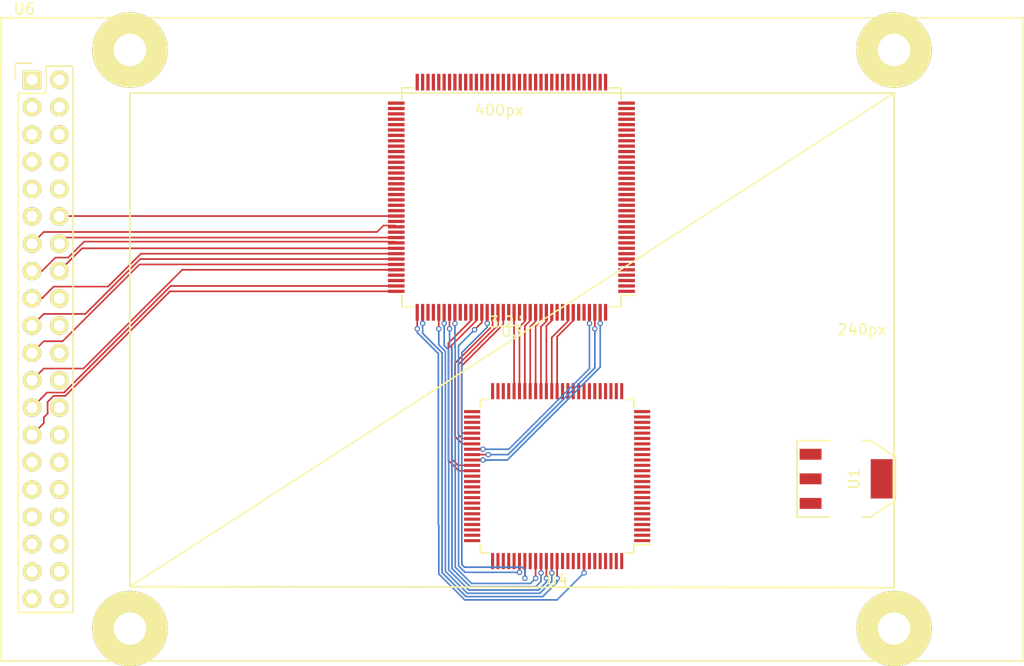
<source format=kicad_pcb>
(kicad_pcb (version 4) (host pcbnew "(2016-02-12 BZR 6554)-stable")

  (general
    (links 134)
    (no_connects 98)
    (area 0 0 0 0)
    (thickness 1.6)
    (drawings 0)
    (tracks 249)
    (zones 0)
    (modules 4)
    (nets 154)
  )

  (page A4)
  (layers
    (0 F.Cu signal)
    (31 B.Cu signal)
    (32 B.Adhes user)
    (33 F.Adhes user)
    (34 B.Paste user)
    (35 F.Paste user)
    (36 B.SilkS user)
    (37 F.SilkS user)
    (38 B.Mask user)
    (39 F.Mask user)
    (40 Dwgs.User user)
    (41 Cmts.User user)
    (42 Eco1.User user)
    (43 Eco2.User user)
    (44 Edge.Cuts user)
    (45 Margin user)
    (46 B.CrtYd user)
    (47 F.CrtYd user)
    (48 B.Fab user)
    (49 F.Fab user)
  )

  (setup
    (last_trace_width 0.153)
    (trace_clearance 0.153)
    (zone_clearance 0.508)
    (zone_45_only no)
    (trace_min 0.153)
    (segment_width 0.2)
    (edge_width 0.1)
    (via_size 0.5)
    (via_drill 0.3)
    (via_min_size 0.4)
    (via_min_drill 0.3)
    (uvia_size 0.3)
    (uvia_drill 0.1)
    (uvias_allowed no)
    (uvia_min_size 0.2)
    (uvia_min_drill 0.1)
    (pcb_text_width 0.3)
    (pcb_text_size 1.5 1.5)
    (mod_edge_width 0.15)
    (mod_text_size 1 1)
    (mod_text_width 0.15)
    (pad_size 1.5 1.5)
    (pad_drill 0.6)
    (pad_to_mask_clearance 0)
    (aux_axis_origin 0 0)
    (visible_elements FFFFFF7F)
    (pcbplotparams
      (layerselection 0x00030_ffffffff)
      (usegerberextensions false)
      (excludeedgelayer true)
      (linewidth 0.100000)
      (plotframeref false)
      (viasonmask false)
      (mode 1)
      (useauxorigin false)
      (hpglpennumber 1)
      (hpglpenspeed 20)
      (hpglpendiameter 15)
      (psnegative false)
      (psa4output false)
      (plotreference true)
      (plotvalue true)
      (plotinvisibletext false)
      (padsonsilk false)
      (subtractmaskfromsilk false)
      (outputformat 1)
      (mirror false)
      (drillshape 1)
      (scaleselection 1)
      (outputdirectory ""))
  )

  (net 0 "")
  (net 1 /FSMC/DA13)
  (net 2 /FSMC/E1_N)
  (net 3 "Net-(C4-Pad1)")
  (net 4 VFPGA33)
  (net 5 GNDD)
  (net 6 "Net-(U3-Pad3)")
  (net 7 "Net-(U3-Pad4)")
  (net 8 "Net-(U3-Pad12)")
  (net 9 "Net-(U3-Pad14)")
  (net 10 +1V2)
  (net 11 "Net-(R2-Pad2)")
  (net 12 "Net-(R3-Pad2)")
  (net 13 "Net-(U3-Pad33)")
  (net 14 "Net-(U3-Pad34)")
  (net 15 "Net-(U3-Pad41)")
  (net 16 "Net-(U3-Pad42)")
  (net 17 "Net-(U3-Pad49)")
  (net 18 "Net-(U3-Pad51)")
  (net 19 "Net-(U3-Pad63)")
  (net 20 "Net-(U3-Pad64)")
  (net 21 "Net-(P3-Pad3)")
  (net 22 "Net-(P3-Pad5)")
  (net 23 "Net-(P3-Pad1)")
  (net 24 "Net-(P3-Pad7)")
  (net 25 /FSMC/A23)
  (net 26 /FSMC/A19)
  (net 27 /FSMC/A20)
  (net 28 /FSMC/A21)
  (net 29 /FSMC/A22)
  (net 30 "Net-(U4-Pad7)")
  (net 31 "Net-(U4-Pad8)")
  (net 32 "Net-(U4-Pad9)")
  (net 33 "Net-(U4-Pad14)")
  (net 34 "Net-(U4-Pad15)")
  (net 35 "Net-(U4-Pad16)")
  (net 36 "Net-(U4-Pad17)")
  (net 37 "Net-(U4-Pad18)")
  (net 38 "Net-(U4-Pad23)")
  (net 39 "Net-(U4-Pad24)")
  (net 40 "Net-(U4-Pad25)")
  (net 41 "Net-(U4-Pad26)")
  (net 42 "Net-(U4-Pad29)")
  (net 43 "Net-(U4-Pad30)")
  (net 44 "Net-(U4-Pad31)")
  (net 45 "Net-(U4-Pad32)")
  (net 46 "Net-(U4-Pad33)")
  (net 47 "Net-(U4-Pad34)")
  (net 48 "Net-(U4-Pad35)")
  (net 49 "Net-(U4-Pad36)")
  (net 50 /FSMC/BOOT1)
  (net 51 /FSMC/DA4)
  (net 52 /FSMC/DA5)
  (net 53 /FSMC/DA6)
  (net 54 /FSMC/DA7)
  (net 55 /FSMC/DA8)
  (net 56 /FSMC/DA9)
  (net 57 /FSMC/DA10)
  (net 58 /FSMC/DA11)
  (net 59 /FSMC/DA12)
  (net 60 "Net-(U4-Pad47)")
  (net 61 "Net-(U4-Pad48)")
  (net 62 "Net-(U4-Pad51)")
  (net 63 "Net-(U4-Pad52)")
  (net 64 "Net-(U4-Pad53)")
  (net 65 "Net-(U4-Pad54)")
  (net 66 /FSMC/DA14)
  (net 67 /FSMC/DA15)
  (net 68 /FSMC/A16)
  (net 69 /FSMC/A17)
  (net 70 /FSMC/A18)
  (net 71 /FSMC/DA0)
  (net 72 /FSMC/DA1)
  (net 73 "Net-(U4-Pad63)")
  (net 74 "Net-(U4-Pad64)")
  (net 75 "Net-(U4-Pad65)")
  (net 76 "Net-(U4-Pad66)")
  (net 77 "Net-(U4-Pad67)")
  (net 78 "Net-(U4-Pad68)")
  (net 79 "Net-(U4-Pad69)")
  (net 80 "Net-(U4-Pad70)")
  (net 81 "Net-(U4-Pad71)")
  (net 82 "Net-(U4-Pad72)")
  (net 83 "Net-(U4-Pad76)")
  (net 84 "Net-(U4-Pad77)")
  (net 85 "Net-(U4-Pad78)")
  (net 86 "Net-(U4-Pad79)")
  (net 87 "Net-(U4-Pad80)")
  (net 88 /FSMC/DA2)
  (net 89 /FSMC/DA3)
  (net 90 "Net-(U4-Pad83)")
  (net 91 /FSMC/CLK)
  (net 92 /FSMC/OE_N)
  (net 93 /FSMC/WE_N)
  (net 94 /FSMC/WAIT_N)
  (net 95 /FSMC/JTDO)
  (net 96 /FSMC/JRST_N)
  (net 97 "Net-(U4-Pad91)")
  (net 98 "Net-(U4-Pad92)")
  (net 99 /FSMC/ADV_N)
  (net 100 "Net-(U4-Pad94)")
  (net 101 "Net-(U4-Pad95)")
  (net 102 "Net-(U4-Pad96)")
  (net 103 /FSMC/BL0_N)
  (net 104 /FSMC/BL1_N)
  (net 105 /FSMC/B7)
  (net 106 /FSMC/B6)
  (net 107 /FSMC/B5)
  (net 108 /FSMC/B4)
  (net 109 VSTM33)
  (net 110 GND)
  (net 111 /powersupply/VCAP1)
  (net 112 /powersupply/VCAP2)
  (net 113 "Net-(C40-Pad1)")
  (net 114 "Net-(C41-Pad1)")
  (net 115 "Net-(U6-Pad5)")
  (net 116 "Net-(U6-Pad31)")
  (net 117 "Net-(U6-Pad35)")
  (net 118 "Net-(R14-Pad1)")
  (net 119 "Net-(U6-Pad38)")
  (net 120 "Net-(U6-Pad39)")
  (net 121 "Net-(U6-Pad40)")
  (net 122 /display/DB0)
  (net 123 /display/DB1)
  (net 124 /display/DB2)
  (net 125 /display/RS)
  (net 126 /display/DB3)
  (net 127 /display/WR)
  (net 128 /display/DB4)
  (net 129 /display/RD)
  (net 130 /display/DB5)
  (net 131 /display/DB8)
  (net 132 /display/DB6)
  (net 133 /display/DB9)
  (net 134 /display/DB7)
  (net 135 /display/DB10)
  (net 136 /display/DB11)
  (net 137 /display/DB12)
  (net 138 /display/DB13)
  (net 139 /display/DB14)
  (net 140 /display/DB15)
  (net 141 /display/CS)
  (net 142 /display/RST)
  (net 143 "Net-(U3-Pad73)")
  (net 144 /display/T_CLK)
  (net 145 /display/T_CS)
  (net 146 /display/T_DIN)
  (net 147 /display/T_BUSY)
  (net 148 /display/T_DOUT)
  (net 149 /display/T_IRQ)
  (net 150 /display/SD_SO)
  (net 151 /display/SD_SCK)
  (net 152 /display/SD_SI)
  (net 153 /display/SD_NSS)

  (net_class Default "This is the default net class."
    (clearance 0.153)
    (trace_width 0.153)
    (via_dia 0.5)
    (via_drill 0.3)
    (uvia_dia 0.3)
    (uvia_drill 0.1)
    (add_net +1V2)
    (add_net /FSMC/A16)
    (add_net /FSMC/A17)
    (add_net /FSMC/A18)
    (add_net /FSMC/A19)
    (add_net /FSMC/A20)
    (add_net /FSMC/A21)
    (add_net /FSMC/A22)
    (add_net /FSMC/A23)
    (add_net /FSMC/ADV_N)
    (add_net /FSMC/B4)
    (add_net /FSMC/B5)
    (add_net /FSMC/B6)
    (add_net /FSMC/B7)
    (add_net /FSMC/BL0_N)
    (add_net /FSMC/BL1_N)
    (add_net /FSMC/BOOT1)
    (add_net /FSMC/CLK)
    (add_net /FSMC/DA0)
    (add_net /FSMC/DA1)
    (add_net /FSMC/DA10)
    (add_net /FSMC/DA11)
    (add_net /FSMC/DA12)
    (add_net /FSMC/DA13)
    (add_net /FSMC/DA14)
    (add_net /FSMC/DA15)
    (add_net /FSMC/DA2)
    (add_net /FSMC/DA3)
    (add_net /FSMC/DA4)
    (add_net /FSMC/DA5)
    (add_net /FSMC/DA6)
    (add_net /FSMC/DA7)
    (add_net /FSMC/DA8)
    (add_net /FSMC/DA9)
    (add_net /FSMC/E1_N)
    (add_net /FSMC/JRST_N)
    (add_net /FSMC/JTDO)
    (add_net /FSMC/OE_N)
    (add_net /FSMC/WAIT_N)
    (add_net /FSMC/WE_N)
    (add_net /display/CS)
    (add_net /display/DB0)
    (add_net /display/DB1)
    (add_net /display/DB10)
    (add_net /display/DB11)
    (add_net /display/DB12)
    (add_net /display/DB13)
    (add_net /display/DB14)
    (add_net /display/DB15)
    (add_net /display/DB2)
    (add_net /display/DB3)
    (add_net /display/DB4)
    (add_net /display/DB5)
    (add_net /display/DB6)
    (add_net /display/DB7)
    (add_net /display/DB8)
    (add_net /display/DB9)
    (add_net /display/RD)
    (add_net /display/RS)
    (add_net /display/RST)
    (add_net /display/SD_NSS)
    (add_net /display/SD_SCK)
    (add_net /display/SD_SI)
    (add_net /display/SD_SO)
    (add_net /display/T_BUSY)
    (add_net /display/T_CLK)
    (add_net /display/T_CS)
    (add_net /display/T_DIN)
    (add_net /display/T_DOUT)
    (add_net /display/T_IRQ)
    (add_net /display/WR)
    (add_net /powersupply/VCAP1)
    (add_net /powersupply/VCAP2)
    (add_net GND)
    (add_net GNDD)
    (add_net "Net-(C4-Pad1)")
    (add_net "Net-(C40-Pad1)")
    (add_net "Net-(C41-Pad1)")
    (add_net "Net-(P3-Pad1)")
    (add_net "Net-(P3-Pad3)")
    (add_net "Net-(P3-Pad5)")
    (add_net "Net-(P3-Pad7)")
    (add_net "Net-(R14-Pad1)")
    (add_net "Net-(R2-Pad2)")
    (add_net "Net-(R3-Pad2)")
    (add_net "Net-(U3-Pad12)")
    (add_net "Net-(U3-Pad14)")
    (add_net "Net-(U3-Pad3)")
    (add_net "Net-(U3-Pad33)")
    (add_net "Net-(U3-Pad34)")
    (add_net "Net-(U3-Pad4)")
    (add_net "Net-(U3-Pad41)")
    (add_net "Net-(U3-Pad42)")
    (add_net "Net-(U3-Pad49)")
    (add_net "Net-(U3-Pad51)")
    (add_net "Net-(U3-Pad63)")
    (add_net "Net-(U3-Pad64)")
    (add_net "Net-(U3-Pad73)")
    (add_net "Net-(U4-Pad14)")
    (add_net "Net-(U4-Pad15)")
    (add_net "Net-(U4-Pad16)")
    (add_net "Net-(U4-Pad17)")
    (add_net "Net-(U4-Pad18)")
    (add_net "Net-(U4-Pad23)")
    (add_net "Net-(U4-Pad24)")
    (add_net "Net-(U4-Pad25)")
    (add_net "Net-(U4-Pad26)")
    (add_net "Net-(U4-Pad29)")
    (add_net "Net-(U4-Pad30)")
    (add_net "Net-(U4-Pad31)")
    (add_net "Net-(U4-Pad32)")
    (add_net "Net-(U4-Pad33)")
    (add_net "Net-(U4-Pad34)")
    (add_net "Net-(U4-Pad35)")
    (add_net "Net-(U4-Pad36)")
    (add_net "Net-(U4-Pad47)")
    (add_net "Net-(U4-Pad48)")
    (add_net "Net-(U4-Pad51)")
    (add_net "Net-(U4-Pad52)")
    (add_net "Net-(U4-Pad53)")
    (add_net "Net-(U4-Pad54)")
    (add_net "Net-(U4-Pad63)")
    (add_net "Net-(U4-Pad64)")
    (add_net "Net-(U4-Pad65)")
    (add_net "Net-(U4-Pad66)")
    (add_net "Net-(U4-Pad67)")
    (add_net "Net-(U4-Pad68)")
    (add_net "Net-(U4-Pad69)")
    (add_net "Net-(U4-Pad7)")
    (add_net "Net-(U4-Pad70)")
    (add_net "Net-(U4-Pad71)")
    (add_net "Net-(U4-Pad72)")
    (add_net "Net-(U4-Pad76)")
    (add_net "Net-(U4-Pad77)")
    (add_net "Net-(U4-Pad78)")
    (add_net "Net-(U4-Pad79)")
    (add_net "Net-(U4-Pad8)")
    (add_net "Net-(U4-Pad80)")
    (add_net "Net-(U4-Pad83)")
    (add_net "Net-(U4-Pad9)")
    (add_net "Net-(U4-Pad91)")
    (add_net "Net-(U4-Pad92)")
    (add_net "Net-(U4-Pad94)")
    (add_net "Net-(U4-Pad95)")
    (add_net "Net-(U4-Pad96)")
    (add_net "Net-(U6-Pad31)")
    (add_net "Net-(U6-Pad35)")
    (add_net "Net-(U6-Pad38)")
    (add_net "Net-(U6-Pad39)")
    (add_net "Net-(U6-Pad40)")
    (add_net "Net-(U6-Pad5)")
    (add_net VFPGA33)
    (add_net VSTM33)
  )

  (module Housings_QFP:LQFP-100_14x14mm_Pitch0.5mm (layer F.Cu) (tedit 54130A77) (tstamp 56C4508F)
    (at 77.793728 84.329542 180)
    (descr "LQFP100: plastic low profile quad flat package; 100 leads; body 14 x 14 x 1.4 mm (see NXP sot407-1_po.pdf and sot407-1_fr.pdf)")
    (tags "QFP 0.5")
    (path /563244F7/56C476C3)
    (attr smd)
    (fp_text reference U4 (at 0 -9.65 180) (layer F.SilkS)
      (effects (font (size 1 1) (thickness 0.15)))
    )
    (fp_text value STM32F407VGT (at 0 9.65 180) (layer F.Fab)
      (effects (font (size 1 1) (thickness 0.15)))
    )
    (fp_line (start -8.9 -8.9) (end -8.9 8.9) (layer F.CrtYd) (width 0.05))
    (fp_line (start 8.9 -8.9) (end 8.9 8.9) (layer F.CrtYd) (width 0.05))
    (fp_line (start -8.9 -8.9) (end 8.9 -8.9) (layer F.CrtYd) (width 0.05))
    (fp_line (start -8.9 8.9) (end 8.9 8.9) (layer F.CrtYd) (width 0.05))
    (fp_line (start -7.125 -7.125) (end -7.125 -6.365) (layer F.SilkS) (width 0.15))
    (fp_line (start 7.125 -7.125) (end 7.125 -6.365) (layer F.SilkS) (width 0.15))
    (fp_line (start 7.125 7.125) (end 7.125 6.365) (layer F.SilkS) (width 0.15))
    (fp_line (start -7.125 7.125) (end -7.125 6.365) (layer F.SilkS) (width 0.15))
    (fp_line (start -7.125 -7.125) (end -6.365 -7.125) (layer F.SilkS) (width 0.15))
    (fp_line (start -7.125 7.125) (end -6.365 7.125) (layer F.SilkS) (width 0.15))
    (fp_line (start 7.125 7.125) (end 6.365 7.125) (layer F.SilkS) (width 0.15))
    (fp_line (start 7.125 -7.125) (end 6.365 -7.125) (layer F.SilkS) (width 0.15))
    (fp_line (start -7.125 -6.365) (end -8.65 -6.365) (layer F.SilkS) (width 0.15))
    (pad 1 smd rect (at -7.9 -6 180) (size 1.5 0.28) (layers F.Cu F.Paste F.Mask)
      (net 25 /FSMC/A23))
    (pad 2 smd rect (at -7.9 -5.5 180) (size 1.5 0.28) (layers F.Cu F.Paste F.Mask)
      (net 26 /FSMC/A19))
    (pad 3 smd rect (at -7.9 -5 180) (size 1.5 0.28) (layers F.Cu F.Paste F.Mask)
      (net 27 /FSMC/A20))
    (pad 4 smd rect (at -7.9 -4.5 180) (size 1.5 0.28) (layers F.Cu F.Paste F.Mask)
      (net 28 /FSMC/A21))
    (pad 5 smd rect (at -7.9 -4 180) (size 1.5 0.28) (layers F.Cu F.Paste F.Mask)
      (net 29 /FSMC/A22))
    (pad 6 smd rect (at -7.9 -3.5 180) (size 1.5 0.28) (layers F.Cu F.Paste F.Mask)
      (net 109 VSTM33))
    (pad 7 smd rect (at -7.9 -3 180) (size 1.5 0.28) (layers F.Cu F.Paste F.Mask)
      (net 30 "Net-(U4-Pad7)"))
    (pad 8 smd rect (at -7.9 -2.5 180) (size 1.5 0.28) (layers F.Cu F.Paste F.Mask)
      (net 31 "Net-(U4-Pad8)"))
    (pad 9 smd rect (at -7.9 -2 180) (size 1.5 0.28) (layers F.Cu F.Paste F.Mask)
      (net 32 "Net-(U4-Pad9)"))
    (pad 10 smd rect (at -7.9 -1.5 180) (size 1.5 0.28) (layers F.Cu F.Paste F.Mask)
      (net 110 GND))
    (pad 11 smd rect (at -7.9 -1 180) (size 1.5 0.28) (layers F.Cu F.Paste F.Mask)
      (net 109 VSTM33))
    (pad 12 smd rect (at -7.9 -0.5 180) (size 1.5 0.28) (layers F.Cu F.Paste F.Mask)
      (net 113 "Net-(C40-Pad1)"))
    (pad 13 smd rect (at -7.9 0 180) (size 1.5 0.28) (layers F.Cu F.Paste F.Mask)
      (net 114 "Net-(C41-Pad1)"))
    (pad 14 smd rect (at -7.9 0.5 180) (size 1.5 0.28) (layers F.Cu F.Paste F.Mask)
      (net 33 "Net-(U4-Pad14)"))
    (pad 15 smd rect (at -7.9 1 180) (size 1.5 0.28) (layers F.Cu F.Paste F.Mask)
      (net 34 "Net-(U4-Pad15)"))
    (pad 16 smd rect (at -7.9 1.5 180) (size 1.5 0.28) (layers F.Cu F.Paste F.Mask)
      (net 35 "Net-(U4-Pad16)"))
    (pad 17 smd rect (at -7.9 2 180) (size 1.5 0.28) (layers F.Cu F.Paste F.Mask)
      (net 36 "Net-(U4-Pad17)"))
    (pad 18 smd rect (at -7.9 2.5 180) (size 1.5 0.28) (layers F.Cu F.Paste F.Mask)
      (net 37 "Net-(U4-Pad18)"))
    (pad 19 smd rect (at -7.9 3 180) (size 1.5 0.28) (layers F.Cu F.Paste F.Mask)
      (net 109 VSTM33))
    (pad 20 smd rect (at -7.9 3.5 180) (size 1.5 0.28) (layers F.Cu F.Paste F.Mask)
      (net 110 GND))
    (pad 21 smd rect (at -7.9 4 180) (size 1.5 0.28) (layers F.Cu F.Paste F.Mask)
      (net 109 VSTM33))
    (pad 22 smd rect (at -7.9 4.5 180) (size 1.5 0.28) (layers F.Cu F.Paste F.Mask)
      (net 109 VSTM33))
    (pad 23 smd rect (at -7.9 5 180) (size 1.5 0.28) (layers F.Cu F.Paste F.Mask)
      (net 38 "Net-(U4-Pad23)"))
    (pad 24 smd rect (at -7.9 5.5 180) (size 1.5 0.28) (layers F.Cu F.Paste F.Mask)
      (net 39 "Net-(U4-Pad24)"))
    (pad 25 smd rect (at -7.9 6 180) (size 1.5 0.28) (layers F.Cu F.Paste F.Mask)
      (net 40 "Net-(U4-Pad25)"))
    (pad 26 smd rect (at -6 7.9 270) (size 1.5 0.28) (layers F.Cu F.Paste F.Mask)
      (net 41 "Net-(U4-Pad26)"))
    (pad 27 smd rect (at -5.5 7.9 270) (size 1.5 0.28) (layers F.Cu F.Paste F.Mask)
      (net 110 GND))
    (pad 28 smd rect (at -5 7.9 270) (size 1.5 0.28) (layers F.Cu F.Paste F.Mask)
      (net 109 VSTM33))
    (pad 29 smd rect (at -4.5 7.9 270) (size 1.5 0.28) (layers F.Cu F.Paste F.Mask)
      (net 42 "Net-(U4-Pad29)"))
    (pad 30 smd rect (at -4 7.9 270) (size 1.5 0.28) (layers F.Cu F.Paste F.Mask)
      (net 43 "Net-(U4-Pad30)"))
    (pad 31 smd rect (at -3.5 7.9 270) (size 1.5 0.28) (layers F.Cu F.Paste F.Mask)
      (net 44 "Net-(U4-Pad31)"))
    (pad 32 smd rect (at -3 7.9 270) (size 1.5 0.28) (layers F.Cu F.Paste F.Mask)
      (net 45 "Net-(U4-Pad32)"))
    (pad 33 smd rect (at -2.5 7.9 270) (size 1.5 0.28) (layers F.Cu F.Paste F.Mask)
      (net 46 "Net-(U4-Pad33)"))
    (pad 34 smd rect (at -2 7.9 270) (size 1.5 0.28) (layers F.Cu F.Paste F.Mask)
      (net 47 "Net-(U4-Pad34)"))
    (pad 35 smd rect (at -1.5 7.9 270) (size 1.5 0.28) (layers F.Cu F.Paste F.Mask)
      (net 48 "Net-(U4-Pad35)"))
    (pad 36 smd rect (at -1 7.9 270) (size 1.5 0.28) (layers F.Cu F.Paste F.Mask)
      (net 49 "Net-(U4-Pad36)"))
    (pad 37 smd rect (at -0.5 7.9 270) (size 1.5 0.28) (layers F.Cu F.Paste F.Mask)
      (net 50 /FSMC/BOOT1))
    (pad 38 smd rect (at 0 7.9 270) (size 1.5 0.28) (layers F.Cu F.Paste F.Mask)
      (net 51 /FSMC/DA4))
    (pad 39 smd rect (at 0.5 7.9 270) (size 1.5 0.28) (layers F.Cu F.Paste F.Mask)
      (net 52 /FSMC/DA5))
    (pad 40 smd rect (at 1 7.9 270) (size 1.5 0.28) (layers F.Cu F.Paste F.Mask)
      (net 53 /FSMC/DA6))
    (pad 41 smd rect (at 1.5 7.9 270) (size 1.5 0.28) (layers F.Cu F.Paste F.Mask)
      (net 54 /FSMC/DA7))
    (pad 42 smd rect (at 2 7.9 270) (size 1.5 0.28) (layers F.Cu F.Paste F.Mask)
      (net 55 /FSMC/DA8))
    (pad 43 smd rect (at 2.5 7.9 270) (size 1.5 0.28) (layers F.Cu F.Paste F.Mask)
      (net 56 /FSMC/DA9))
    (pad 44 smd rect (at 3 7.9 270) (size 1.5 0.28) (layers F.Cu F.Paste F.Mask)
      (net 57 /FSMC/DA10))
    (pad 45 smd rect (at 3.5 7.9 270) (size 1.5 0.28) (layers F.Cu F.Paste F.Mask)
      (net 58 /FSMC/DA11))
    (pad 46 smd rect (at 4 7.9 270) (size 1.5 0.28) (layers F.Cu F.Paste F.Mask)
      (net 59 /FSMC/DA12))
    (pad 47 smd rect (at 4.5 7.9 270) (size 1.5 0.28) (layers F.Cu F.Paste F.Mask)
      (net 60 "Net-(U4-Pad47)"))
    (pad 48 smd rect (at 5 7.9 270) (size 1.5 0.28) (layers F.Cu F.Paste F.Mask)
      (net 61 "Net-(U4-Pad48)"))
    (pad 49 smd rect (at 5.5 7.9 270) (size 1.5 0.28) (layers F.Cu F.Paste F.Mask)
      (net 111 /powersupply/VCAP1))
    (pad 50 smd rect (at 6 7.9 270) (size 1.5 0.28) (layers F.Cu F.Paste F.Mask)
      (net 109 VSTM33))
    (pad 51 smd rect (at 7.9 6 180) (size 1.5 0.28) (layers F.Cu F.Paste F.Mask)
      (net 62 "Net-(U4-Pad51)"))
    (pad 52 smd rect (at 7.9 5.5 180) (size 1.5 0.28) (layers F.Cu F.Paste F.Mask)
      (net 63 "Net-(U4-Pad52)"))
    (pad 53 smd rect (at 7.9 5 180) (size 1.5 0.28) (layers F.Cu F.Paste F.Mask)
      (net 64 "Net-(U4-Pad53)"))
    (pad 54 smd rect (at 7.9 4.5 180) (size 1.5 0.28) (layers F.Cu F.Paste F.Mask)
      (net 65 "Net-(U4-Pad54)"))
    (pad 55 smd rect (at 7.9 4 180) (size 1.5 0.28) (layers F.Cu F.Paste F.Mask)
      (net 1 /FSMC/DA13))
    (pad 56 smd rect (at 7.9 3.5 180) (size 1.5 0.28) (layers F.Cu F.Paste F.Mask)
      (net 66 /FSMC/DA14))
    (pad 57 smd rect (at 7.9 3 180) (size 1.5 0.28) (layers F.Cu F.Paste F.Mask)
      (net 67 /FSMC/DA15))
    (pad 58 smd rect (at 7.9 2.5 180) (size 1.5 0.28) (layers F.Cu F.Paste F.Mask)
      (net 68 /FSMC/A16))
    (pad 59 smd rect (at 7.9 2 180) (size 1.5 0.28) (layers F.Cu F.Paste F.Mask)
      (net 69 /FSMC/A17))
    (pad 60 smd rect (at 7.9 1.5 180) (size 1.5 0.28) (layers F.Cu F.Paste F.Mask)
      (net 70 /FSMC/A18))
    (pad 61 smd rect (at 7.9 1 180) (size 1.5 0.28) (layers F.Cu F.Paste F.Mask)
      (net 71 /FSMC/DA0))
    (pad 62 smd rect (at 7.9 0.5 180) (size 1.5 0.28) (layers F.Cu F.Paste F.Mask)
      (net 72 /FSMC/DA1))
    (pad 63 smd rect (at 7.9 0 180) (size 1.5 0.28) (layers F.Cu F.Paste F.Mask)
      (net 73 "Net-(U4-Pad63)"))
    (pad 64 smd rect (at 7.9 -0.5 180) (size 1.5 0.28) (layers F.Cu F.Paste F.Mask)
      (net 74 "Net-(U4-Pad64)"))
    (pad 65 smd rect (at 7.9 -1 180) (size 1.5 0.28) (layers F.Cu F.Paste F.Mask)
      (net 75 "Net-(U4-Pad65)"))
    (pad 66 smd rect (at 7.9 -1.5 180) (size 1.5 0.28) (layers F.Cu F.Paste F.Mask)
      (net 76 "Net-(U4-Pad66)"))
    (pad 67 smd rect (at 7.9 -2 180) (size 1.5 0.28) (layers F.Cu F.Paste F.Mask)
      (net 77 "Net-(U4-Pad67)"))
    (pad 68 smd rect (at 7.9 -2.5 180) (size 1.5 0.28) (layers F.Cu F.Paste F.Mask)
      (net 78 "Net-(U4-Pad68)"))
    (pad 69 smd rect (at 7.9 -3 180) (size 1.5 0.28) (layers F.Cu F.Paste F.Mask)
      (net 79 "Net-(U4-Pad69)"))
    (pad 70 smd rect (at 7.9 -3.5 180) (size 1.5 0.28) (layers F.Cu F.Paste F.Mask)
      (net 80 "Net-(U4-Pad70)"))
    (pad 71 smd rect (at 7.9 -4 180) (size 1.5 0.28) (layers F.Cu F.Paste F.Mask)
      (net 81 "Net-(U4-Pad71)"))
    (pad 72 smd rect (at 7.9 -4.5 180) (size 1.5 0.28) (layers F.Cu F.Paste F.Mask)
      (net 82 "Net-(U4-Pad72)"))
    (pad 73 smd rect (at 7.9 -5 180) (size 1.5 0.28) (layers F.Cu F.Paste F.Mask)
      (net 112 /powersupply/VCAP2))
    (pad 74 smd rect (at 7.9 -5.5 180) (size 1.5 0.28) (layers F.Cu F.Paste F.Mask)
      (net 110 GND))
    (pad 75 smd rect (at 7.9 -6 180) (size 1.5 0.28) (layers F.Cu F.Paste F.Mask)
      (net 109 VSTM33))
    (pad 76 smd rect (at 6 -7.9 270) (size 1.5 0.28) (layers F.Cu F.Paste F.Mask)
      (net 83 "Net-(U4-Pad76)"))
    (pad 77 smd rect (at 5.5 -7.9 270) (size 1.5 0.28) (layers F.Cu F.Paste F.Mask)
      (net 84 "Net-(U4-Pad77)"))
    (pad 78 smd rect (at 5 -7.9 270) (size 1.5 0.28) (layers F.Cu F.Paste F.Mask)
      (net 85 "Net-(U4-Pad78)"))
    (pad 79 smd rect (at 4.5 -7.9 270) (size 1.5 0.28) (layers F.Cu F.Paste F.Mask)
      (net 86 "Net-(U4-Pad79)"))
    (pad 80 smd rect (at 4 -7.9 270) (size 1.5 0.28) (layers F.Cu F.Paste F.Mask)
      (net 87 "Net-(U4-Pad80)"))
    (pad 81 smd rect (at 3.5 -7.9 270) (size 1.5 0.28) (layers F.Cu F.Paste F.Mask)
      (net 88 /FSMC/DA2))
    (pad 82 smd rect (at 3 -7.9 270) (size 1.5 0.28) (layers F.Cu F.Paste F.Mask)
      (net 89 /FSMC/DA3))
    (pad 83 smd rect (at 2.5 -7.9 270) (size 1.5 0.28) (layers F.Cu F.Paste F.Mask)
      (net 90 "Net-(U4-Pad83)"))
    (pad 84 smd rect (at 2 -7.9 270) (size 1.5 0.28) (layers F.Cu F.Paste F.Mask)
      (net 91 /FSMC/CLK))
    (pad 85 smd rect (at 1.5 -7.9 270) (size 1.5 0.28) (layers F.Cu F.Paste F.Mask)
      (net 92 /FSMC/OE_N))
    (pad 86 smd rect (at 1 -7.9 270) (size 1.5 0.28) (layers F.Cu F.Paste F.Mask)
      (net 93 /FSMC/WE_N))
    (pad 87 smd rect (at 0.5 -7.9 270) (size 1.5 0.28) (layers F.Cu F.Paste F.Mask)
      (net 94 /FSMC/WAIT_N))
    (pad 88 smd rect (at 0 -7.9 270) (size 1.5 0.28) (layers F.Cu F.Paste F.Mask)
      (net 2 /FSMC/E1_N))
    (pad 89 smd rect (at -0.5 -7.9 270) (size 1.5 0.28) (layers F.Cu F.Paste F.Mask)
      (net 95 /FSMC/JTDO))
    (pad 90 smd rect (at -1 -7.9 270) (size 1.5 0.28) (layers F.Cu F.Paste F.Mask)
      (net 96 /FSMC/JRST_N))
    (pad 91 smd rect (at -1.5 -7.9 270) (size 1.5 0.28) (layers F.Cu F.Paste F.Mask)
      (net 97 "Net-(U4-Pad91)"))
    (pad 92 smd rect (at -2 -7.9 270) (size 1.5 0.28) (layers F.Cu F.Paste F.Mask)
      (net 98 "Net-(U4-Pad92)"))
    (pad 93 smd rect (at -2.5 -7.9 270) (size 1.5 0.28) (layers F.Cu F.Paste F.Mask)
      (net 99 /FSMC/ADV_N))
    (pad 94 smd rect (at -3 -7.9 270) (size 1.5 0.28) (layers F.Cu F.Paste F.Mask)
      (net 100 "Net-(U4-Pad94)"))
    (pad 95 smd rect (at -3.5 -7.9 270) (size 1.5 0.28) (layers F.Cu F.Paste F.Mask)
      (net 101 "Net-(U4-Pad95)"))
    (pad 96 smd rect (at -4 -7.9 270) (size 1.5 0.28) (layers F.Cu F.Paste F.Mask)
      (net 102 "Net-(U4-Pad96)"))
    (pad 97 smd rect (at -4.5 -7.9 270) (size 1.5 0.28) (layers F.Cu F.Paste F.Mask)
      (net 103 /FSMC/BL0_N))
    (pad 98 smd rect (at -5 -7.9 270) (size 1.5 0.28) (layers F.Cu F.Paste F.Mask)
      (net 104 /FSMC/BL1_N))
    (pad 99 smd rect (at -5.5 -7.9 270) (size 1.5 0.28) (layers F.Cu F.Paste F.Mask)
      (net 110 GND))
    (pad 100 smd rect (at -6 -7.9 270) (size 1.5 0.28) (layers F.Cu F.Paste F.Mask)
      (net 109 VSTM33))
    (model Housings_QFP.3dshapes/LQFP-100_14x14mm_Pitch0.5mm.wrl
      (at (xyz 0 0 0))
      (scale (xyz 1 1 1))
      (rotate (xyz 0 0 0))
    )
  )

  (module Housings_QFP:LQFP-144_20x20mm_Pitch0.5mm (layer F.Cu) (tedit 54130A77) (tstamp 56C45027)
    (at 73.543728 58.395542 180)
    (descr "144-Lead Plastic Low Profile Quad Flatpack (PL) - 20x20x1.40 mm Body [LQFP], 2.00 mm Footprint (see Microchip Packaging Specification 00000049BS.pdf)")
    (tags "QFP 0.5")
    (path /563244F7/56323459)
    (attr smd)
    (fp_text reference U3 (at 0 -12.475 180) (layer F.SilkS)
      (effects (font (size 1 1) (thickness 0.15)))
    )
    (fp_text value LFXP2-5E-6TN144C (at 0 12.475 180) (layer F.Fab)
      (effects (font (size 1 1) (thickness 0.15)))
    )
    (fp_line (start -11.75 -11.75) (end -11.75 11.75) (layer F.CrtYd) (width 0.05))
    (fp_line (start 11.75 -11.75) (end 11.75 11.75) (layer F.CrtYd) (width 0.05))
    (fp_line (start -11.75 -11.75) (end 11.75 -11.75) (layer F.CrtYd) (width 0.05))
    (fp_line (start -11.75 11.75) (end 11.75 11.75) (layer F.CrtYd) (width 0.05))
    (fp_line (start -10.175 -10.175) (end -10.175 -9.125) (layer F.SilkS) (width 0.15))
    (fp_line (start 10.175 -10.175) (end 10.175 -9.125) (layer F.SilkS) (width 0.15))
    (fp_line (start 10.175 10.175) (end 10.175 9.125) (layer F.SilkS) (width 0.15))
    (fp_line (start -10.175 10.175) (end -10.175 9.125) (layer F.SilkS) (width 0.15))
    (fp_line (start -10.175 -10.175) (end -9.125 -10.175) (layer F.SilkS) (width 0.15))
    (fp_line (start -10.175 10.175) (end -9.125 10.175) (layer F.SilkS) (width 0.15))
    (fp_line (start 10.175 10.175) (end 9.125 10.175) (layer F.SilkS) (width 0.15))
    (fp_line (start 10.175 -10.175) (end 9.125 -10.175) (layer F.SilkS) (width 0.15))
    (fp_line (start -10.175 -9.125) (end -11.475 -9.125) (layer F.SilkS) (width 0.15))
    (pad 1 smd rect (at -10.7 -8.75 180) (size 1.55 0.3) (layers F.Cu F.Paste F.Mask)
      (net 105 /FSMC/B7))
    (pad 2 smd rect (at -10.7 -8.25 180) (size 1.55 0.3) (layers F.Cu F.Paste F.Mask)
      (net 105 /FSMC/B7))
    (pad 3 smd rect (at -10.7 -7.75 180) (size 1.55 0.3) (layers F.Cu F.Paste F.Mask)
      (net 6 "Net-(U3-Pad3)"))
    (pad 4 smd rect (at -10.7 -7.25 180) (size 1.55 0.3) (layers F.Cu F.Paste F.Mask)
      (net 7 "Net-(U3-Pad4)"))
    (pad 5 smd rect (at -10.7 -6.75 180) (size 1.55 0.3) (layers F.Cu F.Paste F.Mask)
      (net 105 /FSMC/B7))
    (pad 6 smd rect (at -10.7 -6.25 180) (size 1.55 0.3) (layers F.Cu F.Paste F.Mask)
      (net 105 /FSMC/B7))
    (pad 7 smd rect (at -10.7 -5.75 180) (size 1.55 0.3) (layers F.Cu F.Paste F.Mask)
      (net 105 /FSMC/B7))
    (pad 8 smd rect (at -10.7 -5.25 180) (size 1.55 0.3) (layers F.Cu F.Paste F.Mask)
      (net 105 /FSMC/B7))
    (pad 9 smd rect (at -10.7 -4.75 180) (size 1.55 0.3) (layers F.Cu F.Paste F.Mask)
      (net 105 /FSMC/B7))
    (pad 10 smd rect (at -10.7 -4.25 180) (size 1.55 0.3) (layers F.Cu F.Paste F.Mask)
      (net 105 /FSMC/B7))
    (pad 11 smd rect (at -10.7 -3.75 180) (size 1.55 0.3) (layers F.Cu F.Paste F.Mask)
      (net 105 /FSMC/B7))
    (pad 12 smd rect (at -10.7 -3.25 180) (size 1.55 0.3) (layers F.Cu F.Paste F.Mask)
      (net 8 "Net-(U3-Pad12)"))
    (pad 13 smd rect (at -10.7 -2.75 180) (size 1.55 0.3) (layers F.Cu F.Paste F.Mask)
      (net 105 /FSMC/B7))
    (pad 14 smd rect (at -10.7 -2.25 180) (size 1.55 0.3) (layers F.Cu F.Paste F.Mask)
      (net 9 "Net-(U3-Pad14)"))
    (pad 15 smd rect (at -10.7 -1.75 180) (size 1.55 0.3) (layers F.Cu F.Paste F.Mask)
      (net 105 /FSMC/B7))
    (pad 16 smd rect (at -10.7 -1.25 180) (size 1.55 0.3) (layers F.Cu F.Paste F.Mask)
      (net 105 /FSMC/B7))
    (pad 17 smd rect (at -10.7 -0.75 180) (size 1.55 0.3) (layers F.Cu F.Paste F.Mask)
      (net 105 /FSMC/B7))
    (pad 18 smd rect (at -10.7 -0.25 180) (size 1.55 0.3) (layers F.Cu F.Paste F.Mask)
      (net 105 /FSMC/B7))
    (pad 19 smd rect (at -10.7 0.25 180) (size 1.55 0.3) (layers F.Cu F.Paste F.Mask)
      (net 105 /FSMC/B7))
    (pad 20 smd rect (at -10.7 0.75 180) (size 1.55 0.3) (layers F.Cu F.Paste F.Mask)
      (net 105 /FSMC/B7))
    (pad 21 smd rect (at -10.7 1.25 180) (size 1.55 0.3) (layers F.Cu F.Paste F.Mask)
      (net 105 /FSMC/B7))
    (pad 22 smd rect (at -10.7 1.75 180) (size 1.55 0.3) (layers F.Cu F.Paste F.Mask)
      (net 105 /FSMC/B7))
    (pad 23 smd rect (at -10.7 2.25 180) (size 1.55 0.3) (layers F.Cu F.Paste F.Mask)
      (net 4 VFPGA33))
    (pad 24 smd rect (at -10.7 2.75 180) (size 1.55 0.3) (layers F.Cu F.Paste F.Mask)
      (net 10 +1V2))
    (pad 25 smd rect (at -10.7 3.25 180) (size 1.55 0.3) (layers F.Cu F.Paste F.Mask)
      (net 11 "Net-(R2-Pad2)"))
    (pad 26 smd rect (at -10.7 3.75 180) (size 1.55 0.3) (layers F.Cu F.Paste F.Mask)
      (net 12 "Net-(R3-Pad2)"))
    (pad 27 smd rect (at -10.7 4.25 180) (size 1.55 0.3) (layers F.Cu F.Paste F.Mask)
      (net 106 /FSMC/B6))
    (pad 28 smd rect (at -10.7 4.75 180) (size 1.55 0.3) (layers F.Cu F.Paste F.Mask)
      (net 106 /FSMC/B6))
    (pad 29 smd rect (at -10.7 5.25 180) (size 1.55 0.3) (layers F.Cu F.Paste F.Mask)
      (net 106 /FSMC/B6))
    (pad 30 smd rect (at -10.7 5.75 180) (size 1.55 0.3) (layers F.Cu F.Paste F.Mask)
      (net 106 /FSMC/B6))
    (pad 31 smd rect (at -10.7 6.25 180) (size 1.55 0.3) (layers F.Cu F.Paste F.Mask)
      (net 106 /FSMC/B6))
    (pad 32 smd rect (at -10.7 6.75 180) (size 1.55 0.3) (layers F.Cu F.Paste F.Mask)
      (net 106 /FSMC/B6))
    (pad 33 smd rect (at -10.7 7.25 180) (size 1.55 0.3) (layers F.Cu F.Paste F.Mask)
      (net 13 "Net-(U3-Pad33)"))
    (pad 34 smd rect (at -10.7 7.75 180) (size 1.55 0.3) (layers F.Cu F.Paste F.Mask)
      (net 14 "Net-(U3-Pad34)"))
    (pad 35 smd rect (at -10.7 8.25 180) (size 1.55 0.3) (layers F.Cu F.Paste F.Mask)
      (net 106 /FSMC/B6))
    (pad 36 smd rect (at -10.7 8.75 180) (size 1.55 0.3) (layers F.Cu F.Paste F.Mask)
      (net 106 /FSMC/B6))
    (pad 37 smd rect (at -8.75 10.7 270) (size 1.55 0.3) (layers F.Cu F.Paste F.Mask)
      (net 107 /FSMC/B5))
    (pad 38 smd rect (at -8.25 10.7 270) (size 1.55 0.3) (layers F.Cu F.Paste F.Mask)
      (net 107 /FSMC/B5))
    (pad 39 smd rect (at -7.75 10.7 270) (size 1.55 0.3) (layers F.Cu F.Paste F.Mask)
      (net 107 /FSMC/B5))
    (pad 40 smd rect (at -7.25 10.7 270) (size 1.55 0.3) (layers F.Cu F.Paste F.Mask)
      (net 107 /FSMC/B5))
    (pad 41 smd rect (at -6.75 10.7 270) (size 1.55 0.3) (layers F.Cu F.Paste F.Mask)
      (net 15 "Net-(U3-Pad41)"))
    (pad 42 smd rect (at -6.25 10.7 270) (size 1.55 0.3) (layers F.Cu F.Paste F.Mask)
      (net 16 "Net-(U3-Pad42)"))
    (pad 43 smd rect (at -5.75 10.7 270) (size 1.55 0.3) (layers F.Cu F.Paste F.Mask)
      (net 107 /FSMC/B5))
    (pad 44 smd rect (at -5.25 10.7 270) (size 1.55 0.3) (layers F.Cu F.Paste F.Mask)
      (net 107 /FSMC/B5))
    (pad 45 smd rect (at -4.75 10.7 270) (size 1.55 0.3) (layers F.Cu F.Paste F.Mask)
      (net 107 /FSMC/B5))
    (pad 46 smd rect (at -4.25 10.7 270) (size 1.55 0.3) (layers F.Cu F.Paste F.Mask)
      (net 107 /FSMC/B5))
    (pad 47 smd rect (at -3.75 10.7 270) (size 1.55 0.3) (layers F.Cu F.Paste F.Mask)
      (net 107 /FSMC/B5))
    (pad 48 smd rect (at -3.25 10.7 270) (size 1.55 0.3) (layers F.Cu F.Paste F.Mask)
      (net 107 /FSMC/B5))
    (pad 49 smd rect (at -2.75 10.7 270) (size 1.55 0.3) (layers F.Cu F.Paste F.Mask)
      (net 17 "Net-(U3-Pad49)"))
    (pad 50 smd rect (at -2.25 10.7 270) (size 1.55 0.3) (layers F.Cu F.Paste F.Mask)
      (net 107 /FSMC/B5))
    (pad 51 smd rect (at -1.75 10.7 270) (size 1.55 0.3) (layers F.Cu F.Paste F.Mask)
      (net 18 "Net-(U3-Pad51)"))
    (pad 52 smd rect (at -1.25 10.7 270) (size 1.55 0.3) (layers F.Cu F.Paste F.Mask)
      (net 107 /FSMC/B5))
    (pad 53 smd rect (at -0.75 10.7 270) (size 1.55 0.3) (layers F.Cu F.Paste F.Mask)
      (net 107 /FSMC/B5))
    (pad 54 smd rect (at -0.25 10.7 270) (size 1.55 0.3) (layers F.Cu F.Paste F.Mask)
      (net 107 /FSMC/B5))
    (pad 55 smd rect (at 0.25 10.7 270) (size 1.55 0.3) (layers F.Cu F.Paste F.Mask)
      (net 107 /FSMC/B5))
    (pad 56 smd rect (at 0.75 10.7 270) (size 1.55 0.3) (layers F.Cu F.Paste F.Mask)
      (net 107 /FSMC/B5))
    (pad 57 smd rect (at 1.25 10.7 270) (size 1.55 0.3) (layers F.Cu F.Paste F.Mask)
      (net 107 /FSMC/B5))
    (pad 58 smd rect (at 1.75 10.7 270) (size 1.55 0.3) (layers F.Cu F.Paste F.Mask)
      (net 107 /FSMC/B5))
    (pad 59 smd rect (at 2.25 10.7 270) (size 1.55 0.3) (layers F.Cu F.Paste F.Mask)
      (net 10 +1V2))
    (pad 60 smd rect (at 2.75 10.7 270) (size 1.55 0.3) (layers F.Cu F.Paste F.Mask)
      (net 4 VFPGA33))
    (pad 61 smd rect (at 3.25 10.7 270) (size 1.55 0.3) (layers F.Cu F.Paste F.Mask)
      (net 108 /FSMC/B4))
    (pad 62 smd rect (at 3.75 10.7 270) (size 1.55 0.3) (layers F.Cu F.Paste F.Mask)
      (net 108 /FSMC/B4))
    (pad 63 smd rect (at 4.25 10.7 270) (size 1.55 0.3) (layers F.Cu F.Paste F.Mask)
      (net 19 "Net-(U3-Pad63)"))
    (pad 64 smd rect (at 4.75 10.7 270) (size 1.55 0.3) (layers F.Cu F.Paste F.Mask)
      (net 20 "Net-(U3-Pad64)"))
    (pad 65 smd rect (at 5.25 10.7 270) (size 1.55 0.3) (layers F.Cu F.Paste F.Mask)
      (net 108 /FSMC/B4))
    (pad 66 smd rect (at 5.75 10.7 270) (size 1.55 0.3) (layers F.Cu F.Paste F.Mask)
      (net 108 /FSMC/B4))
    (pad 67 smd rect (at 6.25 10.7 270) (size 1.55 0.3) (layers F.Cu F.Paste F.Mask)
      (net 4 VFPGA33))
    (pad 68 smd rect (at 6.75 10.7 270) (size 1.55 0.3) (layers F.Cu F.Paste F.Mask)
      (net 5 GNDD))
    (pad 69 smd rect (at 7.25 10.7 270) (size 1.55 0.3) (layers F.Cu F.Paste F.Mask)
      (net 108 /FSMC/B4))
    (pad 70 smd rect (at 7.75 10.7 270) (size 1.55 0.3) (layers F.Cu F.Paste F.Mask)
      (net 108 /FSMC/B4))
    (pad 71 smd rect (at 8.25 10.7 270) (size 1.55 0.3) (layers F.Cu F.Paste F.Mask)
      (net 108 /FSMC/B4))
    (pad 72 smd rect (at 8.75 10.7 270) (size 1.55 0.3) (layers F.Cu F.Paste F.Mask)
      (net 108 /FSMC/B4))
    (pad 73 smd rect (at 10.7 8.75 180) (size 1.55 0.3) (layers F.Cu F.Paste F.Mask)
      (net 143 "Net-(U3-Pad73)"))
    (pad 74 smd rect (at 10.7 8.25 180) (size 1.55 0.3) (layers F.Cu F.Paste F.Mask)
      (net 125 /display/RS))
    (pad 75 smd rect (at 10.7 7.75 180) (size 1.55 0.3) (layers F.Cu F.Paste F.Mask)
      (net 110 GND))
    (pad 76 smd rect (at 10.7 7.25 180) (size 1.55 0.3) (layers F.Cu F.Paste F.Mask)
      (net 4 VFPGA33))
    (pad 77 smd rect (at 10.7 6.75 180) (size 1.55 0.3) (layers F.Cu F.Paste F.Mask)
      (net 141 /display/CS))
    (pad 78 smd rect (at 10.7 6.25 180) (size 1.55 0.3) (layers F.Cu F.Paste F.Mask)
      (net 142 /display/RST))
    (pad 79 smd rect (at 10.7 5.75 180) (size 1.55 0.3) (layers F.Cu F.Paste F.Mask)
      (net 21 "Net-(P3-Pad3)"))
    (pad 80 smd rect (at 10.7 5.25 180) (size 1.55 0.3) (layers F.Cu F.Paste F.Mask)
      (net 22 "Net-(P3-Pad5)"))
    (pad 81 smd rect (at 10.7 4.75 180) (size 1.55 0.3) (layers F.Cu F.Paste F.Mask)
      (net 23 "Net-(P3-Pad1)"))
    (pad 82 smd rect (at 10.7 4.25 180) (size 1.55 0.3) (layers F.Cu F.Paste F.Mask)
      (net 24 "Net-(P3-Pad7)"))
    (pad 83 smd rect (at 10.7 3.75 180) (size 1.55 0.3) (layers F.Cu F.Paste F.Mask)
      (net 109 VSTM33))
    (pad 84 smd rect (at 10.7 3.25 180) (size 1.55 0.3) (layers F.Cu F.Paste F.Mask)
      (net 10 +1V2))
    (pad 85 smd rect (at 10.7 2.75 180) (size 1.55 0.3) (layers F.Cu F.Paste F.Mask)
      (net 4 VFPGA33))
    (pad 86 smd rect (at 10.7 2.25 180) (size 1.55 0.3) (layers F.Cu F.Paste F.Mask)
      (net 5 GNDD))
    (pad 87 smd rect (at 10.7 1.75 180) (size 1.55 0.3) (layers F.Cu F.Paste F.Mask)
      (net 127 /display/WR))
    (pad 88 smd rect (at 10.7 1.25 180) (size 1.55 0.3) (layers F.Cu F.Paste F.Mask)
      (net 129 /display/RD))
    (pad 89 smd rect (at 10.7 0.75 180) (size 1.55 0.3) (layers F.Cu F.Paste F.Mask)
      (net 122 /display/DB0))
    (pad 90 smd rect (at 10.7 0.25 180) (size 1.55 0.3) (layers F.Cu F.Paste F.Mask)
      (net 123 /display/DB1))
    (pad 91 smd rect (at 10.7 -0.25 180) (size 1.55 0.3) (layers F.Cu F.Paste F.Mask)
      (net 124 /display/DB2))
    (pad 92 smd rect (at 10.7 -0.75 180) (size 1.55 0.3) (layers F.Cu F.Paste F.Mask)
      (net 126 /display/DB3))
    (pad 93 smd rect (at 10.7 -1.25 180) (size 1.55 0.3) (layers F.Cu F.Paste F.Mask)
      (net 128 /display/DB4))
    (pad 94 smd rect (at 10.7 -1.75 180) (size 1.55 0.3) (layers F.Cu F.Paste F.Mask)
      (net 130 /display/DB5))
    (pad 95 smd rect (at 10.7 -2.25 180) (size 1.55 0.3) (layers F.Cu F.Paste F.Mask)
      (net 4 VFPGA33))
    (pad 96 smd rect (at 10.7 -2.75 180) (size 1.55 0.3) (layers F.Cu F.Paste F.Mask)
      (net 131 /display/DB8))
    (pad 97 smd rect (at 10.7 -3.25 180) (size 1.55 0.3) (layers F.Cu F.Paste F.Mask)
      (net 110 GND))
    (pad 98 smd rect (at 10.7 -3.75 180) (size 1.55 0.3) (layers F.Cu F.Paste F.Mask)
      (net 132 /display/DB6))
    (pad 99 smd rect (at 10.7 -4.25 180) (size 1.55 0.3) (layers F.Cu F.Paste F.Mask)
      (net 133 /display/DB9))
    (pad 100 smd rect (at 10.7 -4.75 180) (size 1.55 0.3) (layers F.Cu F.Paste F.Mask)
      (net 134 /display/DB7))
    (pad 101 smd rect (at 10.7 -5.25 180) (size 1.55 0.3) (layers F.Cu F.Paste F.Mask)
      (net 135 /display/DB10))
    (pad 102 smd rect (at 10.7 -5.75 180) (size 1.55 0.3) (layers F.Cu F.Paste F.Mask)
      (net 136 /display/DB11))
    (pad 103 smd rect (at 10.7 -6.25 180) (size 1.55 0.3) (layers F.Cu F.Paste F.Mask)
      (net 137 /display/DB12))
    (pad 104 smd rect (at 10.7 -6.75 180) (size 1.55 0.3) (layers F.Cu F.Paste F.Mask)
      (net 138 /display/DB13))
    (pad 105 smd rect (at 10.7 -7.25 180) (size 1.55 0.3) (layers F.Cu F.Paste F.Mask)
      (net 4 VFPGA33))
    (pad 106 smd rect (at 10.7 -7.75 180) (size 1.55 0.3) (layers F.Cu F.Paste F.Mask)
      (net 110 GND))
    (pad 107 smd rect (at 10.7 -8.25 180) (size 1.55 0.3) (layers F.Cu F.Paste F.Mask)
      (net 139 /display/DB14))
    (pad 108 smd rect (at 10.7 -8.75 180) (size 1.55 0.3) (layers F.Cu F.Paste F.Mask)
      (net 140 /display/DB15))
    (pad 109 smd rect (at 8.75 -10.7 270) (size 1.55 0.3) (layers F.Cu F.Paste F.Mask)
      (net 99 /FSMC/ADV_N))
    (pad 110 smd rect (at 8.25 -10.7 270) (size 1.55 0.3) (layers F.Cu F.Paste F.Mask)
      (net 2 /FSMC/E1_N))
    (pad 111 smd rect (at 7.75 -10.7 270) (size 1.55 0.3) (layers F.Cu F.Paste F.Mask)
      (net 110 GND))
    (pad 112 smd rect (at 7.25 -10.7 270) (size 1.55 0.3) (layers F.Cu F.Paste F.Mask)
      (net 4 VFPGA33))
    (pad 113 smd rect (at 6.75 -10.7 270) (size 1.55 0.3) (layers F.Cu F.Paste F.Mask)
      (net 94 /FSMC/WAIT_N))
    (pad 114 smd rect (at 6.25 -10.7 270) (size 1.55 0.3) (layers F.Cu F.Paste F.Mask)
      (net 93 /FSMC/WE_N))
    (pad 115 smd rect (at 5.75 -10.7 270) (size 1.55 0.3) (layers F.Cu F.Paste F.Mask)
      (net 92 /FSMC/OE_N))
    (pad 116 smd rect (at 5.25 -10.7 270) (size 1.55 0.3) (layers F.Cu F.Paste F.Mask)
      (net 91 /FSMC/CLK))
    (pad 117 smd rect (at 4.75 -10.7 270) (size 1.55 0.3) (layers F.Cu F.Paste F.Mask)
      (net 4 VFPGA33))
    (pad 118 smd rect (at 4.25 -10.7 270) (size 1.55 0.3) (layers F.Cu F.Paste F.Mask)
      (net 10 +1V2))
    (pad 119 smd rect (at 3.75 -10.7 270) (size 1.55 0.3) (layers F.Cu F.Paste F.Mask)
      (net 72 /FSMC/DA1))
    (pad 120 smd rect (at 3.25 -10.7 270) (size 1.55 0.3) (layers F.Cu F.Paste F.Mask)
      (net 71 /FSMC/DA0))
    (pad 121 smd rect (at 2.75 -10.7 270) (size 1.55 0.3) (layers F.Cu F.Paste F.Mask)
      (net 88 /FSMC/DA2))
    (pad 122 smd rect (at 2.25 -10.7 270) (size 1.55 0.3) (layers F.Cu F.Paste F.Mask)
      (net 89 /FSMC/DA3))
    (pad 123 smd rect (at 1.75 -10.7 270) (size 1.55 0.3) (layers F.Cu F.Paste F.Mask)
      (net 67 /FSMC/DA15))
    (pad 124 smd rect (at 1.25 -10.7 270) (size 1.55 0.3) (layers F.Cu F.Paste F.Mask)
      (net 66 /FSMC/DA14))
    (pad 125 smd rect (at 0.75 -10.7 270) (size 1.55 0.3) (layers F.Cu F.Paste F.Mask)
      (net 1 /FSMC/DA13))
    (pad 126 smd rect (at 0.25 -10.7 270) (size 1.55 0.3) (layers F.Cu F.Paste F.Mask)
      (net 110 GND))
    (pad 127 smd rect (at -0.25 -10.7 270) (size 1.55 0.3) (layers F.Cu F.Paste F.Mask)
      (net 59 /FSMC/DA12))
    (pad 128 smd rect (at -0.75 -10.7 270) (size 1.55 0.3) (layers F.Cu F.Paste F.Mask)
      (net 4 VFPGA33))
    (pad 129 smd rect (at -1.25 -10.7 270) (size 1.55 0.3) (layers F.Cu F.Paste F.Mask)
      (net 58 /FSMC/DA11))
    (pad 130 smd rect (at -1.75 -10.7 270) (size 1.55 0.3) (layers F.Cu F.Paste F.Mask)
      (net 57 /FSMC/DA10))
    (pad 131 smd rect (at -2.25 -10.7 270) (size 1.55 0.3) (layers F.Cu F.Paste F.Mask)
      (net 56 /FSMC/DA9))
    (pad 132 smd rect (at -2.75 -10.7 270) (size 1.55 0.3) (layers F.Cu F.Paste F.Mask)
      (net 55 /FSMC/DA8))
    (pad 133 smd rect (at -3.25 -10.7 270) (size 1.55 0.3) (layers F.Cu F.Paste F.Mask)
      (net 54 /FSMC/DA7))
    (pad 134 smd rect (at -3.75 -10.7 270) (size 1.55 0.3) (layers F.Cu F.Paste F.Mask)
      (net 53 /FSMC/DA6))
    (pad 135 smd rect (at -4.25 -10.7 270) (size 1.55 0.3) (layers F.Cu F.Paste F.Mask)
      (net 110 GND))
    (pad 136 smd rect (at -4.75 -10.7 270) (size 1.55 0.3) (layers F.Cu F.Paste F.Mask)
      (net 4 VFPGA33))
    (pad 137 smd rect (at -5.25 -10.7 270) (size 1.55 0.3) (layers F.Cu F.Paste F.Mask)
      (net 52 /FSMC/DA5))
    (pad 138 smd rect (at -5.75 -10.7 270) (size 1.55 0.3) (layers F.Cu F.Paste F.Mask)
      (net 51 /FSMC/DA4))
    (pad 139 smd rect (at -6.25 -10.7 270) (size 1.55 0.3) (layers F.Cu F.Paste F.Mask)
      (net 5 GNDD))
    (pad 140 smd rect (at -6.75 -10.7 270) (size 1.55 0.3) (layers F.Cu F.Paste F.Mask)
      (net 4 VFPGA33))
    (pad 141 smd rect (at -7.25 -10.7 270) (size 1.55 0.3) (layers F.Cu F.Paste F.Mask)
      (net 68 /FSMC/A16))
    (pad 142 smd rect (at -7.75 -10.7 270) (size 1.55 0.3) (layers F.Cu F.Paste F.Mask)
      (net 69 /FSMC/A17))
    (pad 143 smd rect (at -8.25 -10.7 270) (size 1.55 0.3) (layers F.Cu F.Paste F.Mask)
      (net 70 /FSMC/A18))
    (pad 144 smd rect (at -8.75 -10.7 270) (size 1.55 0.3) (layers F.Cu F.Paste F.Mask)
      (net 26 /FSMC/A19))
    (model Housings_QFP.3dshapes/LQFP-144_20x20mm_Pitch0.5mm.wrl
      (at (xyz 0 0 0))
      (scale (xyz 1 1 1))
      (rotate (xyz 0 0 0))
    )
  )

  (module TO_SOT_Packages_SMD:SOT-223 (layer F.Cu) (tedit 0) (tstamp 56C44F93)
    (at 104.648 84.582 270)
    (descr "module CMS SOT223 4 pins")
    (tags "CMS SOT")
    (path /563244F7/5632574B)
    (attr smd)
    (fp_text reference U1 (at 0 -0.762 270) (layer F.SilkS)
      (effects (font (size 1 1) (thickness 0.15)))
    )
    (fp_text value LD1117S12CTR (at 0 0.762 270) (layer F.Fab)
      (effects (font (size 1 1) (thickness 0.15)))
    )
    (fp_line (start -3.556 1.524) (end -3.556 4.572) (layer F.SilkS) (width 0.15))
    (fp_line (start -3.556 4.572) (end 3.556 4.572) (layer F.SilkS) (width 0.15))
    (fp_line (start 3.556 4.572) (end 3.556 1.524) (layer F.SilkS) (width 0.15))
    (fp_line (start -3.556 -1.524) (end -3.556 -2.286) (layer F.SilkS) (width 0.15))
    (fp_line (start -3.556 -2.286) (end -2.032 -4.572) (layer F.SilkS) (width 0.15))
    (fp_line (start -2.032 -4.572) (end 2.032 -4.572) (layer F.SilkS) (width 0.15))
    (fp_line (start 2.032 -4.572) (end 3.556 -2.286) (layer F.SilkS) (width 0.15))
    (fp_line (start 3.556 -2.286) (end 3.556 -1.524) (layer F.SilkS) (width 0.15))
    (pad 4 smd rect (at 0 -3.302 270) (size 3.6576 2.032) (layers F.Cu F.Paste F.Mask))
    (pad 2 smd rect (at 0 3.302 270) (size 1.016 2.032) (layers F.Cu F.Paste F.Mask)
      (net 3 "Net-(C4-Pad1)"))
    (pad 3 smd rect (at 2.286 3.302 270) (size 1.016 2.032) (layers F.Cu F.Paste F.Mask)
      (net 4 VFPGA33))
    (pad 1 smd rect (at -2.286 3.302 270) (size 1.016 2.032) (layers F.Cu F.Paste F.Mask)
      (net 5 GNDD))
    (model TO_SOT_Packages_SMD.3dshapes/SOT-223.wrl
      (at (xyz 0 0 0))
      (scale (xyz 0.4 0.4 0.4))
      (rotate (xyz 0 0 0))
    )
  )

  (module itead-display:ITDB02-3.2WD (layer F.Cu) (tedit 56C57F94) (tstamp 56C69EE3)
    (at 29.1 44.704)
    (path /563244F7/56C57ED6)
    (fp_text reference U6 (at -0.8 -3.8) (layer F.SilkS)
      (effects (font (size 1 1) (thickness 0.15)))
    )
    (fp_text value ITDB02-3.2WD (at 9.2 -3.8) (layer F.Fab)
      (effects (font (size 1 1) (thickness 0.15)))
    )
    (fp_text user 240px (at 77 26) (layer F.SilkS)
      (effects (font (size 1 1) (thickness 0.15)))
    )
    (fp_text user 400px (at 43.3 5.6) (layer F.SilkS)
      (effects (font (size 1 1) (thickness 0.15)))
    )
    (fp_text user 3.2" (at 43.9 25.3) (layer F.SilkS)
      (effects (font (size 1 1) (thickness 0.15)))
    )
    (fp_line (start 9 49.9) (end 80 4) (layer F.SilkS) (width 0.15))
    (fp_line (start 9 49.9) (end 9 4) (layer F.SilkS) (width 0.15))
    (fp_line (start 80 50) (end 9 49.9) (layer F.SilkS) (width 0.15))
    (fp_line (start 80 4) (end 80 50) (layer F.SilkS) (width 0.15))
    (fp_line (start 9 4) (end 80 4) (layer F.SilkS) (width 0.15))
    (fp_line (start -3 56.8) (end -3 -3) (layer F.SilkS) (width 0.15))
    (fp_line (start 92 56.8) (end -3 56.8) (layer F.SilkS) (width 0.15))
    (fp_line (start 92 -3) (end 92 56.8) (layer F.SilkS) (width 0.15))
    (fp_line (start -3 -3) (end 92 -3) (layer F.SilkS) (width 0.15))
    (fp_line (start -1.85 1.0246) (end -1.85 52.8246) (layer F.CrtYd) (width 0.05))
    (fp_line (start 4.2 1.0246) (end 4.2 52.8246) (layer F.CrtYd) (width 0.05))
    (fp_line (start -1.85 1.0246) (end 4.2 1.0246) (layer F.CrtYd) (width 0.05))
    (fp_line (start -1.85 52.8246) (end 4.2 52.8246) (layer F.CrtYd) (width 0.05))
    (fp_line (start 3.71 52.3046) (end 3.71 1.5046) (layer F.SilkS) (width 0.15))
    (fp_line (start -1.37 4.0446) (end -1.37 52.3046) (layer F.SilkS) (width 0.15))
    (fp_line (start 3.71 52.3046) (end -1.37 52.3046) (layer F.SilkS) (width 0.15))
    (fp_line (start 3.71 1.5046) (end 1.17 1.5046) (layer F.SilkS) (width 0.15))
    (fp_line (start -0.1 1.2246) (end -1.65 1.2246) (layer F.SilkS) (width 0.15))
    (fp_line (start 1.17 1.5046) (end 1.17 4.0446) (layer F.SilkS) (width 0.15))
    (fp_line (start 1.17 4.0446) (end -1.37 4.0446) (layer F.SilkS) (width 0.15))
    (fp_line (start -1.65 1.2246) (end -1.65 2.7746) (layer F.SilkS) (width 0.15))
    (pad 1 thru_hole rect (at -0.1 2.7746) (size 1.7272 1.7272) (drill 1.016) (layers *.Cu *.Mask F.SilkS)
      (net 5 GNDD))
    (pad 2 thru_hole oval (at 2.44 2.7746) (size 1.7272 1.7272) (drill 1.016) (layers *.Cu *.Mask F.SilkS)
      (net 122 /display/DB0))
    (pad 3 thru_hole oval (at -0.1 5.3146) (size 1.7272 1.7272) (drill 1.016) (layers *.Cu *.Mask F.SilkS)
      (net 4 VFPGA33))
    (pad 4 thru_hole oval (at 2.44 5.3146) (size 1.7272 1.7272) (drill 1.016) (layers *.Cu *.Mask F.SilkS)
      (net 123 /display/DB1))
    (pad 5 thru_hole oval (at -0.1 7.8546) (size 1.7272 1.7272) (drill 1.016) (layers *.Cu *.Mask F.SilkS)
      (net 115 "Net-(U6-Pad5)"))
    (pad 6 thru_hole oval (at 2.44 7.8546) (size 1.7272 1.7272) (drill 1.016) (layers *.Cu *.Mask F.SilkS)
      (net 124 /display/DB2))
    (pad 7 thru_hole oval (at -0.1 10.3946) (size 1.7272 1.7272) (drill 1.016) (layers *.Cu *.Mask F.SilkS)
      (net 125 /display/RS))
    (pad 8 thru_hole oval (at 2.44 10.3946) (size 1.7272 1.7272) (drill 1.016) (layers *.Cu *.Mask F.SilkS)
      (net 126 /display/DB3))
    (pad 9 thru_hole oval (at -0.1 12.9346) (size 1.7272 1.7272) (drill 1.016) (layers *.Cu *.Mask F.SilkS)
      (net 127 /display/WR))
    (pad 10 thru_hole oval (at 2.44 12.9346) (size 1.7272 1.7272) (drill 1.016) (layers *.Cu *.Mask F.SilkS)
      (net 128 /display/DB4))
    (pad 11 thru_hole oval (at -0.1 15.4746) (size 1.7272 1.7272) (drill 1.016) (layers *.Cu *.Mask F.SilkS)
      (net 129 /display/RD))
    (pad 12 thru_hole oval (at 2.44 15.4746) (size 1.7272 1.7272) (drill 1.016) (layers *.Cu *.Mask F.SilkS)
      (net 130 /display/DB5))
    (pad 13 thru_hole oval (at -0.1 18.0146) (size 1.7272 1.7272) (drill 1.016) (layers *.Cu *.Mask F.SilkS)
      (net 131 /display/DB8))
    (pad 14 thru_hole oval (at 2.44 18.0146) (size 1.7272 1.7272) (drill 1.016) (layers *.Cu *.Mask F.SilkS)
      (net 132 /display/DB6))
    (pad 15 thru_hole oval (at -0.1 20.5546) (size 1.7272 1.7272) (drill 1.016) (layers *.Cu *.Mask F.SilkS)
      (net 133 /display/DB9))
    (pad 16 thru_hole oval (at 2.44 20.5546) (size 1.7272 1.7272) (drill 1.016) (layers *.Cu *.Mask F.SilkS)
      (net 134 /display/DB7))
    (pad 17 thru_hole oval (at -0.1 23.0946) (size 1.7272 1.7272) (drill 1.016) (layers *.Cu *.Mask F.SilkS)
      (net 135 /display/DB10))
    (pad 18 thru_hole oval (at 2.44 23.0946) (size 1.7272 1.7272) (drill 1.016) (layers *.Cu *.Mask F.SilkS)
      (net 144 /display/T_CLK))
    (pad 19 thru_hole oval (at -0.1 25.6346) (size 1.7272 1.7272) (drill 1.016) (layers *.Cu *.Mask F.SilkS)
      (net 136 /display/DB11))
    (pad 20 thru_hole oval (at 2.44 25.6346) (size 1.7272 1.7272) (drill 1.016) (layers *.Cu *.Mask F.SilkS)
      (net 145 /display/T_CS))
    (pad 21 thru_hole oval (at -0.1 28.1746) (size 1.7272 1.7272) (drill 1.016) (layers *.Cu *.Mask F.SilkS)
      (net 137 /display/DB12))
    (pad 22 thru_hole oval (at 2.44 28.1746) (size 1.7272 1.7272) (drill 1.016) (layers *.Cu *.Mask F.SilkS)
      (net 146 /display/T_DIN))
    (pad 23 thru_hole oval (at -0.1 30.7146) (size 1.7272 1.7272) (drill 1.016) (layers *.Cu *.Mask F.SilkS)
      (net 138 /display/DB13))
    (pad 24 thru_hole oval (at 2.44 30.7146) (size 1.7272 1.7272) (drill 1.016) (layers *.Cu *.Mask F.SilkS)
      (net 147 /display/T_BUSY))
    (pad 25 thru_hole oval (at -0.1 33.2546) (size 1.7272 1.7272) (drill 1.016) (layers *.Cu *.Mask F.SilkS)
      (net 139 /display/DB14))
    (pad 26 thru_hole oval (at 2.44 33.2546) (size 1.7272 1.7272) (drill 1.016) (layers *.Cu *.Mask F.SilkS)
      (net 148 /display/T_DOUT))
    (pad 27 thru_hole oval (at -0.1 35.7946) (size 1.7272 1.7272) (drill 1.016) (layers *.Cu *.Mask F.SilkS)
      (net 140 /display/DB15))
    (pad 28 thru_hole oval (at 2.44 35.7946) (size 1.7272 1.7272) (drill 1.016) (layers *.Cu *.Mask F.SilkS)
      (net 149 /display/T_IRQ))
    (pad 29 thru_hole oval (at -0.1 38.3346) (size 1.7272 1.7272) (drill 1.016) (layers *.Cu *.Mask F.SilkS)
      (net 141 /display/CS))
    (pad 30 thru_hole oval (at 2.44 38.3346) (size 1.7272 1.7272) (drill 1.016) (layers *.Cu *.Mask F.SilkS)
      (net 150 /display/SD_SO))
    (pad 31 thru_hole oval (at -0.1 40.8746) (size 1.7272 1.7272) (drill 1.016) (layers *.Cu *.Mask F.SilkS)
      (net 116 "Net-(U6-Pad31)"))
    (pad 32 thru_hole oval (at 2.44 40.8746) (size 1.7272 1.7272) (drill 1.016) (layers *.Cu *.Mask F.SilkS)
      (net 151 /display/SD_SCK))
    (pad 33 thru_hole oval (at -0.1 43.4146) (size 1.7272 1.7272) (drill 1.016) (layers *.Cu *.Mask F.SilkS)
      (net 142 /display/RST))
    (pad 34 thru_hole oval (at 2.44 43.4146) (size 1.7272 1.7272) (drill 1.016) (layers *.Cu *.Mask F.SilkS)
      (net 152 /display/SD_SI))
    (pad 35 thru_hole oval (at -0.1 45.9546) (size 1.7272 1.7272) (drill 1.016) (layers *.Cu *.Mask F.SilkS)
      (net 117 "Net-(U6-Pad35)"))
    (pad 36 thru_hole oval (at 2.44 45.9546) (size 1.7272 1.7272) (drill 1.016) (layers *.Cu *.Mask F.SilkS)
      (net 153 /display/SD_NSS))
    (pad 37 thru_hole oval (at -0.1 48.4946) (size 1.7272 1.7272) (drill 1.016) (layers *.Cu *.Mask F.SilkS)
      (net 118 "Net-(R14-Pad1)"))
    (pad 38 thru_hole oval (at 2.44 48.4946) (size 1.7272 1.7272) (drill 1.016) (layers *.Cu *.Mask F.SilkS)
      (net 119 "Net-(U6-Pad38)"))
    (pad 39 thru_hole oval (at -0.1 51.0346) (size 1.7272 1.7272) (drill 1.016) (layers *.Cu *.Mask F.SilkS)
      (net 120 "Net-(U6-Pad39)"))
    (pad 40 thru_hole oval (at 2.44 51.0346) (size 1.7272 1.7272) (drill 1.016) (layers *.Cu *.Mask F.SilkS)
      (net 121 "Net-(U6-Pad40)"))
    (pad "" np_thru_hole circle (at 9 0) (size 7 7) (drill 3) (layers *.Cu *.Mask F.SilkS))
    (pad "" np_thru_hole circle (at 9 53.8) (size 7 7) (drill 3) (layers *.Cu *.Mask F.SilkS))
    (pad "" np_thru_hole circle (at 80 0) (size 7 7) (drill 3) (layers *.Cu *.Mask F.SilkS))
    (pad "" np_thru_hole circle (at 80 53.8) (size 7 7) (drill 3) (layers *.Cu *.Mask F.SilkS))
    (model Pin_Headers.3dshapes/Pin_Header_Straight_2x20.wrl
      (at (xyz 0.05 -0.95 0))
      (scale (xyz 1 1 1))
      (rotate (xyz 0 0 90))
    )
  )

  (segment (start 68.914227 74.088229) (end 68.914227 80.253041) (width 0.153) (layer F.Cu) (net 1))
  (segment (start 68.914227 80.253041) (end 68.990728 80.329542) (width 0.153) (layer F.Cu) (net 1))
  (segment (start 68.990728 80.329542) (end 69.893728 80.329542) (width 0.153) (layer F.Cu) (net 1))
  (segment (start 68.914227 74.088229) (end 72.793728 70.208728) (width 0.153) (layer F.Cu) (net 1))
  (segment (start 72.793728 70.208728) (end 72.793728 69.095542) (width 0.153) (layer F.Cu) (net 1))
  (segment (start 67.103739 72.856342) (end 65.297728 71.050331) (width 0.153) (layer B.Cu) (net 2))
  (segment (start 77.797728 94.183095) (end 76.447741 95.533082) (width 0.153) (layer B.Cu) (net 2))
  (segment (start 67.103739 93.304009) (end 67.103739 72.856342) (width 0.153) (layer B.Cu) (net 2))
  (segment (start 69.332812 95.533082) (end 67.103739 93.304009) (width 0.153) (layer B.Cu) (net 2))
  (segment (start 65.297728 71.050331) (end 65.297728 70.483095) (width 0.153) (layer B.Cu) (net 2))
  (segment (start 65.297728 70.483095) (end 65.297728 70.129542) (width 0.153) (layer B.Cu) (net 2))
  (segment (start 77.797728 93.829542) (end 77.797728 94.183095) (width 0.153) (layer B.Cu) (net 2))
  (segment (start 76.447741 95.533082) (end 69.332812 95.533082) (width 0.153) (layer B.Cu) (net 2))
  (segment (start 77.793728 92.261542) (end 77.793728 93.825542) (width 0.153) (layer F.Cu) (net 2))
  (segment (start 77.793728 93.825542) (end 77.797728 93.829542) (width 0.153) (layer F.Cu) (net 2))
  (via (at 77.797728 93.829542) (size 0.5) (drill 0.3) (layers F.Cu B.Cu) (net 2))
  (segment (start 65.293728 69.095542) (end 65.293728 70.125542) (width 0.153) (layer F.Cu) (net 2))
  (segment (start 65.293728 70.125542) (end 65.297728 70.129542) (width 0.153) (layer F.Cu) (net 2))
  (via (at 65.297728 70.129542) (size 0.5) (drill 0.3) (layers F.Cu B.Cu) (net 2))
  (segment (start 77.793728 76.461542) (end 77.793728 71.366406) (width 0.153) (layer F.Cu) (net 51))
  (segment (start 77.793728 71.366406) (end 79.293728 69.866406) (width 0.153) (layer F.Cu) (net 51))
  (segment (start 79.293728 69.866406) (end 79.293728 69.095542) (width 0.153) (layer F.Cu) (net 51))
  (segment (start 77.293728 76.461542) (end 77.293728 71.433644) (width 0.153) (layer F.Cu) (net 52))
  (segment (start 77.293728 71.433644) (end 78.793728 69.933644) (width 0.153) (layer F.Cu) (net 52))
  (segment (start 78.793728 69.933644) (end 78.793728 69.095542) (width 0.153) (layer F.Cu) (net 52))
  (segment (start 76.793728 76.461542) (end 76.793728 70.366406) (width 0.153) (layer F.Cu) (net 53))
  (segment (start 76.793728 70.366406) (end 77.293728 69.866406) (width 0.153) (layer F.Cu) (net 53))
  (segment (start 77.293728 69.866406) (end 77.293728 69.095542) (width 0.153) (layer F.Cu) (net 53))
  (segment (start 76.293728 76.461542) (end 76.293728 70.433644) (width 0.153) (layer F.Cu) (net 54))
  (segment (start 76.293728 70.433644) (end 76.793728 69.933644) (width 0.153) (layer F.Cu) (net 54))
  (segment (start 76.793728 69.933644) (end 76.793728 69.095542) (width 0.153) (layer F.Cu) (net 54))
  (segment (start 75.793728 76.461542) (end 75.793728 70.366406) (width 0.153) (layer F.Cu) (net 55))
  (segment (start 75.793728 70.366406) (end 76.293728 69.866406) (width 0.153) (layer F.Cu) (net 55))
  (segment (start 76.293728 69.866406) (end 76.293728 69.095542) (width 0.153) (layer F.Cu) (net 55))
  (segment (start 75.293728 76.461542) (end 75.293728 70.433644) (width 0.153) (layer F.Cu) (net 56))
  (segment (start 75.293728 70.433644) (end 75.793728 69.933644) (width 0.153) (layer F.Cu) (net 56))
  (segment (start 75.793728 69.933644) (end 75.793728 69.095542) (width 0.153) (layer F.Cu) (net 56))
  (segment (start 74.793728 76.461542) (end 74.793728 70.366406) (width 0.153) (layer F.Cu) (net 57))
  (segment (start 74.793728 70.366406) (end 75.293728 69.866406) (width 0.153) (layer F.Cu) (net 57))
  (segment (start 75.293728 69.866406) (end 75.293728 69.095542) (width 0.153) (layer F.Cu) (net 57))
  (segment (start 74.293728 76.461542) (end 74.293728 70.433644) (width 0.153) (layer F.Cu) (net 58))
  (segment (start 74.293728 70.433644) (end 74.793728 69.933644) (width 0.153) (layer F.Cu) (net 58))
  (segment (start 74.793728 69.933644) (end 74.793728 69.095542) (width 0.153) (layer F.Cu) (net 58))
  (segment (start 73.793728 76.461542) (end 73.793728 69.095542) (width 0.153) (layer F.Cu) (net 59))
  (segment (start 69.893728 80.829542) (end 68.990728 80.829542) (width 0.153) (layer F.Cu) (net 66))
  (segment (start 68.990728 80.829542) (end 68.608217 80.447031) (width 0.153) (layer F.Cu) (net 66))
  (segment (start 68.608217 80.447031) (end 68.608217 73.961477) (width 0.153) (layer F.Cu) (net 66))
  (segment (start 68.608217 73.961477) (end 72.293728 70.275966) (width 0.153) (layer F.Cu) (net 66))
  (segment (start 72.293728 70.275966) (end 72.293728 70.023542) (width 0.153) (layer F.Cu) (net 66))
  (segment (start 72.293728 70.023542) (end 72.293728 69.095542) (width 0.153) (layer F.Cu) (net 66))
  (segment (start 71.793728 69.095542) (end 71.793728 70.343204) (width 0.153) (layer F.Cu) (net 67))
  (segment (start 71.793728 70.343204) (end 68.302207 73.834725) (width 0.153) (layer F.Cu) (net 67))
  (segment (start 68.302207 73.834725) (end 68.302207 80.641021) (width 0.153) (layer F.Cu) (net 67))
  (segment (start 68.302207 80.641021) (end 68.990728 81.329542) (width 0.153) (layer F.Cu) (net 67))
  (segment (start 68.990728 81.329542) (end 69.893728 81.329542) (width 0.153) (layer F.Cu) (net 67))
  (segment (start 80.797728 74.329542) (end 73.297728 81.829542) (width 0.153) (layer B.Cu) (net 68))
  (segment (start 80.797728 70.129542) (end 80.797728 74.329542) (width 0.153) (layer B.Cu) (net 68))
  (segment (start 73.297728 81.829542) (end 70.897728 81.829542) (width 0.153) (layer B.Cu) (net 68))
  (segment (start 80.793728 69.095542) (end 80.793728 70.125542) (width 0.153) (layer F.Cu) (net 68))
  (via (at 80.797728 70.129542) (size 0.5) (drill 0.3) (layers F.Cu B.Cu) (net 68))
  (segment (start 80.793728 70.125542) (end 80.797728 70.129542) (width 0.153) (layer F.Cu) (net 68))
  (segment (start 69.893728 81.829542) (end 70.897728 81.829542) (width 0.153) (layer F.Cu) (net 68))
  (via (at 70.897728 81.829542) (size 0.5) (drill 0.3) (layers F.Cu B.Cu) (net 68))
  (segment (start 81.297728 70.983095) (end 81.297728 70.629542) (width 0.153) (layer B.Cu) (net 69))
  (segment (start 73.230492 82.329542) (end 81.297728 74.262306) (width 0.153) (layer B.Cu) (net 69))
  (segment (start 71.397728 82.329542) (end 73.230492 82.329542) (width 0.153) (layer B.Cu) (net 69))
  (segment (start 81.297728 74.262306) (end 81.297728 70.983095) (width 0.153) (layer B.Cu) (net 69))
  (segment (start 81.293728 69.095542) (end 81.293728 70.625542) (width 0.153) (layer F.Cu) (net 69))
  (segment (start 81.293728 70.625542) (end 81.297728 70.629542) (width 0.153) (layer F.Cu) (net 69))
  (via (at 81.297728 70.629542) (size 0.5) (drill 0.3) (layers F.Cu B.Cu) (net 69))
  (segment (start 69.893728 82.329542) (end 71.397728 82.329542) (width 0.153) (layer F.Cu) (net 69))
  (via (at 71.397728 82.329542) (size 0.5) (drill 0.3) (layers F.Cu B.Cu) (net 69))
  (segment (start 81.797728 70.483095) (end 81.797728 70.129542) (width 0.153) (layer B.Cu) (net 70))
  (segment (start 81.797728 74.19507) (end 81.797728 70.483095) (width 0.153) (layer B.Cu) (net 70))
  (segment (start 71.60739 82.829542) (end 73.163256 82.829542) (width 0.153) (layer B.Cu) (net 70))
  (segment (start 73.163256 82.829542) (end 81.797728 74.19507) (width 0.153) (layer B.Cu) (net 70))
  (segment (start 70.897728 82.829542) (end 71.60739 82.829542) (width 0.153) (layer B.Cu) (net 70))
  (segment (start 71.60739 82.829542) (end 71.251281 82.829542) (width 0.153) (layer B.Cu) (net 70))
  (segment (start 71.251281 82.829542) (end 70.897728 82.829542) (width 0.153) (layer B.Cu) (net 70))
  (segment (start 81.793728 69.095542) (end 81.793728 70.125542) (width 0.153) (layer F.Cu) (net 70))
  (segment (start 81.793728 70.125542) (end 81.797728 70.129542) (width 0.153) (layer F.Cu) (net 70))
  (via (at 81.797728 70.129542) (size 0.5) (drill 0.3) (layers F.Cu B.Cu) (net 70))
  (segment (start 69.893728 82.829542) (end 70.897728 82.829542) (width 0.153) (layer F.Cu) (net 70))
  (via (at 70.897728 82.829542) (size 0.5) (drill 0.3) (layers F.Cu B.Cu) (net 70))
  (segment (start 67.996197 72.163939) (end 67.996197 73.629542) (width 0.153) (layer F.Cu) (net 71))
  (segment (start 67.996197 73.629542) (end 67.996197 73.707972) (width 0.153) (layer F.Cu) (net 71))
  (segment (start 69.893728 83.329542) (end 68.588066 83.329542) (width 0.153) (layer F.Cu) (net 71))
  (segment (start 68.588066 83.329542) (end 67.996197 82.737673) (width 0.153) (layer F.Cu) (net 71))
  (segment (start 67.996197 82.737673) (end 67.996197 73.629542) (width 0.153) (layer F.Cu) (net 71))
  (segment (start 70.293728 69.866408) (end 67.996197 72.163939) (width 0.153) (layer F.Cu) (net 71))
  (segment (start 70.293728 69.095542) (end 70.293728 69.866408) (width 0.153) (layer F.Cu) (net 71))
  (segment (start 67.690187 73.581219) (end 67.690187 73.529542) (width 0.153) (layer F.Cu) (net 72))
  (segment (start 67.690187 73.529542) (end 67.690187 71.957217) (width 0.153) (layer F.Cu) (net 72))
  (segment (start 69.893728 83.829542) (end 68.655304 83.829542) (width 0.153) (layer F.Cu) (net 72))
  (segment (start 68.655304 83.829542) (end 67.690187 82.864425) (width 0.153) (layer F.Cu) (net 72))
  (segment (start 67.690187 82.864425) (end 67.690187 73.529542) (width 0.153) (layer F.Cu) (net 72))
  (segment (start 69.793728 69.853676) (end 69.793728 69.095542) (width 0.153) (layer F.Cu) (net 72))
  (segment (start 67.690187 71.957217) (end 69.793728 69.853676) (width 0.153) (layer F.Cu) (net 72))
  (segment (start 69.239892 93.276342) (end 68.633794 92.670244) (width 0.153) (layer B.Cu) (net 88))
  (segment (start 68.633794 72.204548) (end 69.869338 70.969004) (width 0.153) (layer B.Cu) (net 88))
  (segment (start 74.301728 93.276342) (end 69.239892 93.276342) (width 0.153) (layer B.Cu) (net 88))
  (segment (start 69.869338 70.969004) (end 70.119337 70.719005) (width 0.153) (layer B.Cu) (net 88))
  (segment (start 68.633794 92.670244) (end 68.633794 72.204548) (width 0.153) (layer B.Cu) (net 88))
  (segment (start 70.369336 70.469006) (end 70.119337 70.719005) (width 0.153) (layer F.Cu) (net 88))
  (segment (start 70.793728 70.044614) (end 70.369336 70.469006) (width 0.153) (layer F.Cu) (net 88))
  (segment (start 70.793728 69.095542) (end 70.793728 70.044614) (width 0.153) (layer F.Cu) (net 88))
  (via (at 70.119337 70.719005) (size 0.5) (drill 0.3) (layers F.Cu B.Cu) (net 88))
  (segment (start 74.293728 92.261542) (end 74.293728 93.268342) (width 0.153) (layer F.Cu) (net 88))
  (segment (start 74.293728 93.268342) (end 74.301728 93.276342) (width 0.153) (layer F.Cu) (net 88))
  (via (at 74.301728 93.276342) (size 0.5) (drill 0.3) (layers F.Cu B.Cu) (net 88))
  (segment (start 68.939805 72.841018) (end 71.297728 70.483095) (width 0.153) (layer B.Cu) (net 89))
  (segment (start 71.297728 70.483095) (end 71.297728 70.129542) (width 0.153) (layer B.Cu) (net 89))
  (segment (start 74.531889 92.796841) (end 69.193155 92.796841) (width 0.153) (layer B.Cu) (net 89))
  (segment (start 74.797728 93.06268) (end 74.531889 92.796841) (width 0.153) (layer B.Cu) (net 89))
  (segment (start 69.193155 92.796841) (end 68.939805 92.543491) (width 0.153) (layer B.Cu) (net 89))
  (segment (start 68.939805 92.543491) (end 68.939805 72.841018) (width 0.153) (layer B.Cu) (net 89))
  (segment (start 74.797728 93.829519) (end 74.797728 93.06268) (width 0.153) (layer B.Cu) (net 89))
  (segment (start 74.797728 93.06268) (end 74.797728 93.475966) (width 0.153) (layer B.Cu) (net 89))
  (segment (start 74.797728 93.475966) (end 74.797728 93.829519) (width 0.153) (layer B.Cu) (net 89))
  (segment (start 74.793728 92.261542) (end 74.797728 92.265542) (width 0.153) (layer F.Cu) (net 89))
  (segment (start 74.797728 93.475966) (end 74.797728 93.829519) (width 0.153) (layer F.Cu) (net 89))
  (via (at 74.797728 93.829519) (size 0.5) (drill 0.3) (layers F.Cu B.Cu) (net 89))
  (segment (start 74.797728 92.265542) (end 74.797728 93.475966) (width 0.153) (layer F.Cu) (net 89))
  (segment (start 71.293728 69.095542) (end 71.293728 70.125542) (width 0.153) (layer F.Cu) (net 89))
  (segment (start 71.293728 70.125542) (end 71.297728 70.129542) (width 0.153) (layer F.Cu) (net 89))
  (via (at 71.297728 70.129542) (size 0.5) (drill 0.3) (layers F.Cu B.Cu) (net 89))
  (segment (start 68.297728 70.483095) (end 68.297728 70.129542) (width 0.153) (layer B.Cu) (net 91))
  (segment (start 68.327783 72.34933) (end 68.297728 72.319275) (width 0.153) (layer B.Cu) (net 91))
  (segment (start 69.839824 94.309038) (end 68.327783 92.796997) (width 0.153) (layer B.Cu) (net 91))
  (segment (start 75.318232 94.309038) (end 69.839824 94.309038) (width 0.153) (layer B.Cu) (net 91))
  (segment (start 75.797728 93.829542) (end 75.318232 94.309038) (width 0.153) (layer B.Cu) (net 91))
  (segment (start 68.297728 72.319275) (end 68.297728 70.483095) (width 0.153) (layer B.Cu) (net 91))
  (segment (start 68.327783 92.796997) (end 68.327783 72.34933) (width 0.153) (layer B.Cu) (net 91))
  (segment (start 75.793728 92.261542) (end 75.793728 93.825542) (width 0.153) (layer F.Cu) (net 91))
  (segment (start 75.793728 93.825542) (end 75.797728 93.829542) (width 0.153) (layer F.Cu) (net 91))
  (via (at 75.797728 93.829542) (size 0.5) (drill 0.3) (layers F.Cu B.Cu) (net 91))
  (segment (start 68.293728 69.095542) (end 68.293728 70.125542) (width 0.153) (layer F.Cu) (net 91))
  (segment (start 68.293728 70.125542) (end 68.297728 70.129542) (width 0.153) (layer F.Cu) (net 91))
  (via (at 68.297728 70.129542) (size 0.5) (drill 0.3) (layers F.Cu B.Cu) (net 91))
  (segment (start 76.297728 94.115858) (end 75.798537 94.615049) (width 0.153) (layer B.Cu) (net 92))
  (segment (start 68.021772 92.92375) (end 68.021772 72.476083) (width 0.153) (layer B.Cu) (net 92))
  (segment (start 67.797728 70.983095) (end 67.797728 70.629542) (width 0.153) (layer B.Cu) (net 92))
  (segment (start 75.798537 94.615049) (end 69.713071 94.615049) (width 0.153) (layer B.Cu) (net 92))
  (segment (start 67.797728 72.252039) (end 67.797728 70.983095) (width 0.153) (layer B.Cu) (net 92))
  (segment (start 68.021772 72.476083) (end 67.797728 72.252039) (width 0.153) (layer B.Cu) (net 92))
  (segment (start 69.713071 94.615049) (end 68.021772 92.92375) (width 0.153) (layer B.Cu) (net 92))
  (segment (start 76.297728 93.329542) (end 76.297728 94.115858) (width 0.153) (layer B.Cu) (net 92))
  (segment (start 76.293728 92.261542) (end 76.293728 93.325542) (width 0.153) (layer F.Cu) (net 92))
  (segment (start 76.293728 93.325542) (end 76.297728 93.329542) (width 0.153) (layer F.Cu) (net 92))
  (via (at 76.297728 93.329542) (size 0.5) (drill 0.3) (layers F.Cu B.Cu) (net 92))
  (segment (start 67.793728 69.095542) (end 67.793728 70.625542) (width 0.153) (layer F.Cu) (net 92))
  (segment (start 67.793728 70.625542) (end 67.797728 70.629542) (width 0.153) (layer F.Cu) (net 92))
  (via (at 67.797728 70.629542) (size 0.5) (drill 0.3) (layers F.Cu B.Cu) (net 92))
  (segment (start 67.297728 70.483095) (end 67.297728 70.129542) (width 0.153) (layer B.Cu) (net 93))
  (segment (start 67.297728 72.184803) (end 67.297728 70.483095) (width 0.153) (layer B.Cu) (net 93))
  (segment (start 67.715761 72.602836) (end 67.297728 72.184803) (width 0.153) (layer B.Cu) (net 93))
  (segment (start 67.715761 93.050503) (end 67.715761 72.602836) (width 0.153) (layer B.Cu) (net 93))
  (segment (start 69.586318 94.92106) (end 67.715761 93.050503) (width 0.153) (layer B.Cu) (net 93))
  (segment (start 76.059763 94.92106) (end 69.586318 94.92106) (width 0.153) (layer B.Cu) (net 93))
  (segment (start 76.797728 93.829542) (end 76.797728 94.183095) (width 0.153) (layer B.Cu) (net 93))
  (segment (start 76.797728 94.183095) (end 76.059763 94.92106) (width 0.153) (layer B.Cu) (net 93))
  (segment (start 76.793728 92.261542) (end 76.793728 93.825542) (width 0.153) (layer F.Cu) (net 93))
  (segment (start 76.793728 93.825542) (end 76.797728 93.829542) (width 0.153) (layer F.Cu) (net 93))
  (via (at 76.797728 93.829542) (size 0.5) (drill 0.3) (layers F.Cu B.Cu) (net 93))
  (segment (start 67.293728 69.095542) (end 67.293728 70.125542) (width 0.153) (layer F.Cu) (net 93))
  (segment (start 67.293728 70.125542) (end 67.297728 70.129542) (width 0.153) (layer F.Cu) (net 93))
  (via (at 67.297728 70.129542) (size 0.5) (drill 0.3) (layers F.Cu B.Cu) (net 93))
  (segment (start 66.797728 70.983095) (end 66.797728 70.629542) (width 0.153) (layer B.Cu) (net 94))
  (segment (start 77.297728 94.115857) (end 76.186516 95.227071) (width 0.153) (layer B.Cu) (net 94))
  (segment (start 69.459565 95.227071) (end 67.40975 93.177256) (width 0.153) (layer B.Cu) (net 94))
  (segment (start 67.40975 72.729589) (end 66.797728 72.117567) (width 0.153) (layer B.Cu) (net 94))
  (segment (start 66.797728 72.117567) (end 66.797728 70.983095) (width 0.153) (layer B.Cu) (net 94))
  (segment (start 67.40975 93.177256) (end 67.40975 72.729589) (width 0.153) (layer B.Cu) (net 94))
  (segment (start 76.186516 95.227071) (end 69.459565 95.227071) (width 0.153) (layer B.Cu) (net 94))
  (segment (start 77.297728 93.329542) (end 77.297728 94.115857) (width 0.153) (layer B.Cu) (net 94))
  (segment (start 77.293728 92.261542) (end 77.293728 93.325542) (width 0.153) (layer F.Cu) (net 94))
  (segment (start 77.293728 93.325542) (end 77.297728 93.329542) (width 0.153) (layer F.Cu) (net 94))
  (via (at 77.297728 93.329542) (size 0.5) (drill 0.3) (layers F.Cu B.Cu) (net 94))
  (segment (start 66.793728 69.095542) (end 66.793728 70.625542) (width 0.153) (layer F.Cu) (net 94))
  (segment (start 66.793728 70.625542) (end 66.797728 70.629542) (width 0.153) (layer F.Cu) (net 94))
  (via (at 66.797728 70.629542) (size 0.5) (drill 0.3) (layers F.Cu B.Cu) (net 94))
  (segment (start 80.297728 93.329542) (end 77.788177 95.839093) (width 0.153) (layer B.Cu) (net 99))
  (segment (start 77.788177 95.839093) (end 69.206059 95.839093) (width 0.153) (layer B.Cu) (net 99))
  (segment (start 69.206059 95.839093) (end 66.797728 93.430762) (width 0.153) (layer B.Cu) (net 99))
  (segment (start 66.797728 93.430762) (end 66.797728 88.858762) (width 0.153) (layer B.Cu) (net 99))
  (segment (start 66.797728 88.858762) (end 66.755368 88.816402) (width 0.153) (layer B.Cu) (net 99))
  (segment (start 66.755368 88.816402) (end 66.755368 72.940735) (width 0.153) (layer B.Cu) (net 99))
  (segment (start 66.755368 72.940735) (end 64.797728 70.983095) (width 0.153) (layer B.Cu) (net 99))
  (segment (start 64.797728 70.983095) (end 64.797728 70.629542) (width 0.153) (layer B.Cu) (net 99))
  (segment (start 80.293728 92.261542) (end 80.293728 93.325542) (width 0.153) (layer F.Cu) (net 99))
  (segment (start 80.293728 93.325542) (end 80.297728 93.329542) (width 0.153) (layer F.Cu) (net 99))
  (via (at 80.297728 93.329542) (size 0.5) (drill 0.3) (layers F.Cu B.Cu) (net 99))
  (segment (start 64.793728 69.095542) (end 64.793728 70.625542) (width 0.153) (layer F.Cu) (net 99))
  (segment (start 64.793728 70.625542) (end 64.797728 70.629542) (width 0.153) (layer F.Cu) (net 99))
  (via (at 64.797728 70.629542) (size 0.5) (drill 0.3) (layers F.Cu B.Cu) (net 99))
  (segment (start 62.843728 60.145542) (end 31.573058 60.145542) (width 0.153) (layer F.Cu) (net 130))
  (segment (start 31.573058 60.145542) (end 31.54 60.1786) (width 0.153) (layer F.Cu) (net 130))
  (segment (start 29 62.7186) (end 30.093101 61.625499) (width 0.153) (layer F.Cu) (net 131))
  (segment (start 61.656957 61.025043) (end 62.723229 61.025043) (width 0.153) (layer F.Cu) (net 131))
  (segment (start 30.093101 61.625499) (end 61.056501 61.625499) (width 0.153) (layer F.Cu) (net 131))
  (segment (start 61.056501 61.625499) (end 61.656957 61.025043) (width 0.153) (layer F.Cu) (net 131))
  (segment (start 62.723229 61.025043) (end 62.843728 61.145542) (width 0.153) (layer F.Cu) (net 131))
  (segment (start 62.843728 62.145542) (end 32.113058 62.145542) (width 0.153) (layer F.Cu) (net 132))
  (segment (start 32.113058 62.145542) (end 31.54 62.7186) (width 0.153) (layer F.Cu) (net 132))
  (segment (start 29 65.2586) (end 29.92221 65.2586) (width 0.153) (layer F.Cu) (net 133))
  (segment (start 29.92221 65.2586) (end 31.17281 64.008) (width 0.153) (layer F.Cu) (net 133))
  (segment (start 31.17281 64.008) (end 32.357838 64.008) (width 0.153) (layer F.Cu) (net 133))
  (segment (start 32.357838 64.008) (end 33.840795 62.525043) (width 0.153) (layer F.Cu) (net 133))
  (segment (start 33.840795 62.525043) (end 62.723229 62.525043) (width 0.153) (layer F.Cu) (net 133))
  (segment (start 62.723229 62.525043) (end 62.843728 62.645542) (width 0.153) (layer F.Cu) (net 133))
  (segment (start 62.843728 63.145542) (end 33.653058 63.145542) (width 0.153) (layer F.Cu) (net 134))
  (segment (start 33.653058 63.145542) (end 31.54 65.2586) (width 0.153) (layer F.Cu) (net 134))
  (segment (start 61.915728 63.645542) (end 62.843728 63.645542) (width 0.153) (layer F.Cu) (net 135))
  (segment (start 36.060977 66.705499) (end 39.120934 63.645542) (width 0.153) (layer F.Cu) (net 135))
  (segment (start 31.015311 66.705499) (end 36.060977 66.705499) (width 0.153) (layer F.Cu) (net 135))
  (segment (start 29.92221 67.7986) (end 31.015311 66.705499) (width 0.153) (layer F.Cu) (net 135))
  (segment (start 39.120934 63.645542) (end 61.915728 63.645542) (width 0.153) (layer F.Cu) (net 135))
  (segment (start 29 67.7986) (end 29.92221 67.7986) (width 0.153) (layer F.Cu) (net 135))
  (segment (start 62.843728 64.145542) (end 39.053696 64.145542) (width 0.153) (layer F.Cu) (net 136))
  (segment (start 29.863599 69.475001) (end 29 70.3386) (width 0.153) (layer F.Cu) (net 136))
  (segment (start 39.053696 64.145542) (end 33.953739 69.245499) (width 0.153) (layer F.Cu) (net 136))
  (segment (start 33.953739 69.245499) (end 30.093101 69.245499) (width 0.153) (layer F.Cu) (net 136))
  (segment (start 30.093101 69.245499) (end 29.863599 69.475001) (width 0.153) (layer F.Cu) (net 136))
  (segment (start 62.843728 64.645542) (end 38.986458 64.645542) (width 0.153) (layer F.Cu) (net 137))
  (segment (start 38.986458 64.645542) (end 31.846501 71.785499) (width 0.153) (layer F.Cu) (net 137))
  (segment (start 31.846501 71.785499) (end 30.093101 71.785499) (width 0.153) (layer F.Cu) (net 137))
  (segment (start 30.093101 71.785499) (end 29.863599 72.015001) (width 0.153) (layer F.Cu) (net 137))
  (segment (start 29.863599 72.015001) (end 29 72.8786) (width 0.153) (layer F.Cu) (net 137))
  (segment (start 42.95493 65.145542) (end 33.774973 74.325499) (width 0.153) (layer F.Cu) (net 138))
  (segment (start 62.843728 65.145542) (end 42.95493 65.145542) (width 0.153) (layer F.Cu) (net 138))
  (segment (start 33.774973 74.325499) (end 30.093101 74.325499) (width 0.153) (layer F.Cu) (net 138))
  (segment (start 29.863599 74.555001) (end 29 75.4186) (width 0.153) (layer F.Cu) (net 138))
  (segment (start 30.093101 74.325499) (end 29.863599 74.555001) (width 0.153) (layer F.Cu) (net 138))
  (segment (start 29.863599 77.095001) (end 29 77.9586) (width 0.153) (layer F.Cu) (net 139))
  (segment (start 31.973748 76.559488) (end 30.399112 76.559488) (width 0.153) (layer F.Cu) (net 139))
  (segment (start 41.887694 66.645542) (end 31.973748 76.559488) (width 0.153) (layer F.Cu) (net 139))
  (segment (start 62.843728 66.645542) (end 41.887694 66.645542) (width 0.153) (layer F.Cu) (net 139))
  (segment (start 30.399112 76.559488) (end 29.863599 77.095001) (width 0.153) (layer F.Cu) (net 139))
  (segment (start 32.064689 76.865499) (end 31.015311 76.865499) (width 0.153) (layer F.Cu) (net 140))
  (segment (start 30.446899 77.433911) (end 30.446899 78.483289) (width 0.153) (layer F.Cu) (net 140))
  (segment (start 62.843728 67.145542) (end 41.820458 67.145542) (width 0.153) (layer F.Cu) (net 140))
  (segment (start 41.820458 67.145542) (end 32.082595 76.883405) (width 0.153) (layer F.Cu) (net 140))
  (segment (start 31.015311 76.865499) (end 30.446899 77.433911) (width 0.153) (layer F.Cu) (net 140))
  (segment (start 32.082595 76.883405) (end 32.064689 76.865499) (width 0.153) (layer F.Cu) (net 140))
  (segment (start 30.446899 78.483289) (end 30.464805 78.501195) (width 0.153) (layer F.Cu) (net 140))
  (segment (start 30.464805 78.501195) (end 30.093101 78.872899) (width 0.153) (layer F.Cu) (net 140))
  (segment (start 30.093101 78.872899) (end 30.093101 79.405499) (width 0.153) (layer F.Cu) (net 140))
  (segment (start 30.093101 79.405499) (end 29.863599 79.635001) (width 0.153) (layer F.Cu) (net 140))
  (segment (start 29.863599 79.635001) (end 29 80.4986) (width 0.153) (layer F.Cu) (net 140))

)

</source>
